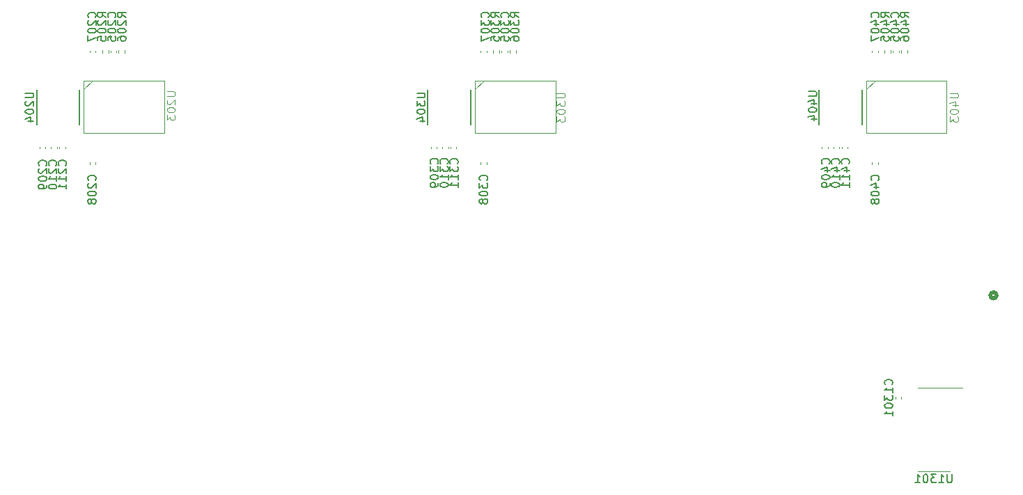
<source format=gbr>
%TF.GenerationSoftware,KiCad,Pcbnew,7.0.5-7.0.5~ubuntu22.04.1*%
%TF.CreationDate,2023-07-11T09:47:34+02:00*%
%TF.ProjectId,Inverter_KiCAD,496e7665-7274-4657-925f-4b694341442e,rev?*%
%TF.SameCoordinates,Original*%
%TF.FileFunction,Legend,Bot*%
%TF.FilePolarity,Positive*%
%FSLAX46Y46*%
G04 Gerber Fmt 4.6, Leading zero omitted, Abs format (unit mm)*
G04 Created by KiCad (PCBNEW 7.0.5-7.0.5~ubuntu22.04.1) date 2023-07-11 09:47:34*
%MOMM*%
%LPD*%
G01*
G04 APERTURE LIST*
%ADD10C,0.150000*%
%ADD11C,0.100000*%
%ADD12C,0.508000*%
%ADD13C,0.120000*%
%ADD14C,0.152400*%
G04 APERTURE END LIST*
D10*
%TO.C,C410*%
X185359580Y-122880952D02*
X185407200Y-122833333D01*
X185407200Y-122833333D02*
X185454819Y-122690476D01*
X185454819Y-122690476D02*
X185454819Y-122595238D01*
X185454819Y-122595238D02*
X185407200Y-122452381D01*
X185407200Y-122452381D02*
X185311961Y-122357143D01*
X185311961Y-122357143D02*
X185216723Y-122309524D01*
X185216723Y-122309524D02*
X185026247Y-122261905D01*
X185026247Y-122261905D02*
X184883390Y-122261905D01*
X184883390Y-122261905D02*
X184692914Y-122309524D01*
X184692914Y-122309524D02*
X184597676Y-122357143D01*
X184597676Y-122357143D02*
X184502438Y-122452381D01*
X184502438Y-122452381D02*
X184454819Y-122595238D01*
X184454819Y-122595238D02*
X184454819Y-122690476D01*
X184454819Y-122690476D02*
X184502438Y-122833333D01*
X184502438Y-122833333D02*
X184550057Y-122880952D01*
X184788152Y-123738095D02*
X185454819Y-123738095D01*
X184407200Y-123500000D02*
X185121485Y-123261905D01*
X185121485Y-123261905D02*
X185121485Y-123880952D01*
X185454819Y-124785714D02*
X185454819Y-124214286D01*
X185454819Y-124500000D02*
X184454819Y-124500000D01*
X184454819Y-124500000D02*
X184597676Y-124404762D01*
X184597676Y-124404762D02*
X184692914Y-124309524D01*
X184692914Y-124309524D02*
X184740533Y-124214286D01*
X184454819Y-125404762D02*
X184454819Y-125500000D01*
X184454819Y-125500000D02*
X184502438Y-125595238D01*
X184502438Y-125595238D02*
X184550057Y-125642857D01*
X184550057Y-125642857D02*
X184645295Y-125690476D01*
X184645295Y-125690476D02*
X184835771Y-125738095D01*
X184835771Y-125738095D02*
X185073866Y-125738095D01*
X185073866Y-125738095D02*
X185264342Y-125690476D01*
X185264342Y-125690476D02*
X185359580Y-125642857D01*
X185359580Y-125642857D02*
X185407200Y-125595238D01*
X185407200Y-125595238D02*
X185454819Y-125500000D01*
X185454819Y-125500000D02*
X185454819Y-125404762D01*
X185454819Y-125404762D02*
X185407200Y-125309524D01*
X185407200Y-125309524D02*
X185359580Y-125261905D01*
X185359580Y-125261905D02*
X185264342Y-125214286D01*
X185264342Y-125214286D02*
X185073866Y-125166667D01*
X185073866Y-125166667D02*
X184835771Y-125166667D01*
X184835771Y-125166667D02*
X184645295Y-125214286D01*
X184645295Y-125214286D02*
X184550057Y-125261905D01*
X184550057Y-125261905D02*
X184502438Y-125309524D01*
X184502438Y-125309524D02*
X184454819Y-125404762D01*
%TO.C,R205*%
X96254819Y-105080952D02*
X95778628Y-104747619D01*
X96254819Y-104509524D02*
X95254819Y-104509524D01*
X95254819Y-104509524D02*
X95254819Y-104890476D01*
X95254819Y-104890476D02*
X95302438Y-104985714D01*
X95302438Y-104985714D02*
X95350057Y-105033333D01*
X95350057Y-105033333D02*
X95445295Y-105080952D01*
X95445295Y-105080952D02*
X95588152Y-105080952D01*
X95588152Y-105080952D02*
X95683390Y-105033333D01*
X95683390Y-105033333D02*
X95731009Y-104985714D01*
X95731009Y-104985714D02*
X95778628Y-104890476D01*
X95778628Y-104890476D02*
X95778628Y-104509524D01*
X95350057Y-105461905D02*
X95302438Y-105509524D01*
X95302438Y-105509524D02*
X95254819Y-105604762D01*
X95254819Y-105604762D02*
X95254819Y-105842857D01*
X95254819Y-105842857D02*
X95302438Y-105938095D01*
X95302438Y-105938095D02*
X95350057Y-105985714D01*
X95350057Y-105985714D02*
X95445295Y-106033333D01*
X95445295Y-106033333D02*
X95540533Y-106033333D01*
X95540533Y-106033333D02*
X95683390Y-105985714D01*
X95683390Y-105985714D02*
X96254819Y-105414286D01*
X96254819Y-105414286D02*
X96254819Y-106033333D01*
X95254819Y-106652381D02*
X95254819Y-106747619D01*
X95254819Y-106747619D02*
X95302438Y-106842857D01*
X95302438Y-106842857D02*
X95350057Y-106890476D01*
X95350057Y-106890476D02*
X95445295Y-106938095D01*
X95445295Y-106938095D02*
X95635771Y-106985714D01*
X95635771Y-106985714D02*
X95873866Y-106985714D01*
X95873866Y-106985714D02*
X96064342Y-106938095D01*
X96064342Y-106938095D02*
X96159580Y-106890476D01*
X96159580Y-106890476D02*
X96207200Y-106842857D01*
X96207200Y-106842857D02*
X96254819Y-106747619D01*
X96254819Y-106747619D02*
X96254819Y-106652381D01*
X96254819Y-106652381D02*
X96207200Y-106557143D01*
X96207200Y-106557143D02*
X96159580Y-106509524D01*
X96159580Y-106509524D02*
X96064342Y-106461905D01*
X96064342Y-106461905D02*
X95873866Y-106414286D01*
X95873866Y-106414286D02*
X95635771Y-106414286D01*
X95635771Y-106414286D02*
X95445295Y-106461905D01*
X95445295Y-106461905D02*
X95350057Y-106509524D01*
X95350057Y-106509524D02*
X95302438Y-106557143D01*
X95302438Y-106557143D02*
X95254819Y-106652381D01*
X95254819Y-107890476D02*
X95254819Y-107414286D01*
X95254819Y-107414286D02*
X95731009Y-107366667D01*
X95731009Y-107366667D02*
X95683390Y-107414286D01*
X95683390Y-107414286D02*
X95635771Y-107509524D01*
X95635771Y-107509524D02*
X95635771Y-107747619D01*
X95635771Y-107747619D02*
X95683390Y-107842857D01*
X95683390Y-107842857D02*
X95731009Y-107890476D01*
X95731009Y-107890476D02*
X95826247Y-107938095D01*
X95826247Y-107938095D02*
X96064342Y-107938095D01*
X96064342Y-107938095D02*
X96159580Y-107890476D01*
X96159580Y-107890476D02*
X96207200Y-107842857D01*
X96207200Y-107842857D02*
X96254819Y-107747619D01*
X96254819Y-107747619D02*
X96254819Y-107509524D01*
X96254819Y-107509524D02*
X96207200Y-107414286D01*
X96207200Y-107414286D02*
X96159580Y-107366667D01*
%TO.C,U204*%
X86454819Y-114285714D02*
X87264342Y-114285714D01*
X87264342Y-114285714D02*
X87359580Y-114333333D01*
X87359580Y-114333333D02*
X87407200Y-114380952D01*
X87407200Y-114380952D02*
X87454819Y-114476190D01*
X87454819Y-114476190D02*
X87454819Y-114666666D01*
X87454819Y-114666666D02*
X87407200Y-114761904D01*
X87407200Y-114761904D02*
X87359580Y-114809523D01*
X87359580Y-114809523D02*
X87264342Y-114857142D01*
X87264342Y-114857142D02*
X86454819Y-114857142D01*
X86550057Y-115285714D02*
X86502438Y-115333333D01*
X86502438Y-115333333D02*
X86454819Y-115428571D01*
X86454819Y-115428571D02*
X86454819Y-115666666D01*
X86454819Y-115666666D02*
X86502438Y-115761904D01*
X86502438Y-115761904D02*
X86550057Y-115809523D01*
X86550057Y-115809523D02*
X86645295Y-115857142D01*
X86645295Y-115857142D02*
X86740533Y-115857142D01*
X86740533Y-115857142D02*
X86883390Y-115809523D01*
X86883390Y-115809523D02*
X87454819Y-115238095D01*
X87454819Y-115238095D02*
X87454819Y-115857142D01*
X86454819Y-116476190D02*
X86454819Y-116571428D01*
X86454819Y-116571428D02*
X86502438Y-116666666D01*
X86502438Y-116666666D02*
X86550057Y-116714285D01*
X86550057Y-116714285D02*
X86645295Y-116761904D01*
X86645295Y-116761904D02*
X86835771Y-116809523D01*
X86835771Y-116809523D02*
X87073866Y-116809523D01*
X87073866Y-116809523D02*
X87264342Y-116761904D01*
X87264342Y-116761904D02*
X87359580Y-116714285D01*
X87359580Y-116714285D02*
X87407200Y-116666666D01*
X87407200Y-116666666D02*
X87454819Y-116571428D01*
X87454819Y-116571428D02*
X87454819Y-116476190D01*
X87454819Y-116476190D02*
X87407200Y-116380952D01*
X87407200Y-116380952D02*
X87359580Y-116333333D01*
X87359580Y-116333333D02*
X87264342Y-116285714D01*
X87264342Y-116285714D02*
X87073866Y-116238095D01*
X87073866Y-116238095D02*
X86835771Y-116238095D01*
X86835771Y-116238095D02*
X86645295Y-116285714D01*
X86645295Y-116285714D02*
X86550057Y-116333333D01*
X86550057Y-116333333D02*
X86502438Y-116380952D01*
X86502438Y-116380952D02*
X86454819Y-116476190D01*
X86788152Y-117666666D02*
X87454819Y-117666666D01*
X86407200Y-117428571D02*
X87121485Y-117190476D01*
X87121485Y-117190476D02*
X87121485Y-117809523D01*
%TO.C,C211*%
X91359580Y-123080952D02*
X91407200Y-123033333D01*
X91407200Y-123033333D02*
X91454819Y-122890476D01*
X91454819Y-122890476D02*
X91454819Y-122795238D01*
X91454819Y-122795238D02*
X91407200Y-122652381D01*
X91407200Y-122652381D02*
X91311961Y-122557143D01*
X91311961Y-122557143D02*
X91216723Y-122509524D01*
X91216723Y-122509524D02*
X91026247Y-122461905D01*
X91026247Y-122461905D02*
X90883390Y-122461905D01*
X90883390Y-122461905D02*
X90692914Y-122509524D01*
X90692914Y-122509524D02*
X90597676Y-122557143D01*
X90597676Y-122557143D02*
X90502438Y-122652381D01*
X90502438Y-122652381D02*
X90454819Y-122795238D01*
X90454819Y-122795238D02*
X90454819Y-122890476D01*
X90454819Y-122890476D02*
X90502438Y-123033333D01*
X90502438Y-123033333D02*
X90550057Y-123080952D01*
X90550057Y-123461905D02*
X90502438Y-123509524D01*
X90502438Y-123509524D02*
X90454819Y-123604762D01*
X90454819Y-123604762D02*
X90454819Y-123842857D01*
X90454819Y-123842857D02*
X90502438Y-123938095D01*
X90502438Y-123938095D02*
X90550057Y-123985714D01*
X90550057Y-123985714D02*
X90645295Y-124033333D01*
X90645295Y-124033333D02*
X90740533Y-124033333D01*
X90740533Y-124033333D02*
X90883390Y-123985714D01*
X90883390Y-123985714D02*
X91454819Y-123414286D01*
X91454819Y-123414286D02*
X91454819Y-124033333D01*
X91454819Y-124985714D02*
X91454819Y-124414286D01*
X91454819Y-124700000D02*
X90454819Y-124700000D01*
X90454819Y-124700000D02*
X90597676Y-124604762D01*
X90597676Y-124604762D02*
X90692914Y-124509524D01*
X90692914Y-124509524D02*
X90740533Y-124414286D01*
X91454819Y-125938095D02*
X91454819Y-125366667D01*
X91454819Y-125652381D02*
X90454819Y-125652381D01*
X90454819Y-125652381D02*
X90597676Y-125557143D01*
X90597676Y-125557143D02*
X90692914Y-125461905D01*
X90692914Y-125461905D02*
X90740533Y-125366667D01*
%TO.C,U404*%
X181654819Y-114085714D02*
X182464342Y-114085714D01*
X182464342Y-114085714D02*
X182559580Y-114133333D01*
X182559580Y-114133333D02*
X182607200Y-114180952D01*
X182607200Y-114180952D02*
X182654819Y-114276190D01*
X182654819Y-114276190D02*
X182654819Y-114466666D01*
X182654819Y-114466666D02*
X182607200Y-114561904D01*
X182607200Y-114561904D02*
X182559580Y-114609523D01*
X182559580Y-114609523D02*
X182464342Y-114657142D01*
X182464342Y-114657142D02*
X181654819Y-114657142D01*
X181988152Y-115561904D02*
X182654819Y-115561904D01*
X181607200Y-115323809D02*
X182321485Y-115085714D01*
X182321485Y-115085714D02*
X182321485Y-115704761D01*
X181654819Y-116276190D02*
X181654819Y-116371428D01*
X181654819Y-116371428D02*
X181702438Y-116466666D01*
X181702438Y-116466666D02*
X181750057Y-116514285D01*
X181750057Y-116514285D02*
X181845295Y-116561904D01*
X181845295Y-116561904D02*
X182035771Y-116609523D01*
X182035771Y-116609523D02*
X182273866Y-116609523D01*
X182273866Y-116609523D02*
X182464342Y-116561904D01*
X182464342Y-116561904D02*
X182559580Y-116514285D01*
X182559580Y-116514285D02*
X182607200Y-116466666D01*
X182607200Y-116466666D02*
X182654819Y-116371428D01*
X182654819Y-116371428D02*
X182654819Y-116276190D01*
X182654819Y-116276190D02*
X182607200Y-116180952D01*
X182607200Y-116180952D02*
X182559580Y-116133333D01*
X182559580Y-116133333D02*
X182464342Y-116085714D01*
X182464342Y-116085714D02*
X182273866Y-116038095D01*
X182273866Y-116038095D02*
X182035771Y-116038095D01*
X182035771Y-116038095D02*
X181845295Y-116085714D01*
X181845295Y-116085714D02*
X181750057Y-116133333D01*
X181750057Y-116133333D02*
X181702438Y-116180952D01*
X181702438Y-116180952D02*
X181654819Y-116276190D01*
X181988152Y-117466666D02*
X182654819Y-117466666D01*
X181607200Y-117228571D02*
X182321485Y-116990476D01*
X182321485Y-116990476D02*
X182321485Y-117609523D01*
%TO.C,C311*%
X138959580Y-122880952D02*
X139007200Y-122833333D01*
X139007200Y-122833333D02*
X139054819Y-122690476D01*
X139054819Y-122690476D02*
X139054819Y-122595238D01*
X139054819Y-122595238D02*
X139007200Y-122452381D01*
X139007200Y-122452381D02*
X138911961Y-122357143D01*
X138911961Y-122357143D02*
X138816723Y-122309524D01*
X138816723Y-122309524D02*
X138626247Y-122261905D01*
X138626247Y-122261905D02*
X138483390Y-122261905D01*
X138483390Y-122261905D02*
X138292914Y-122309524D01*
X138292914Y-122309524D02*
X138197676Y-122357143D01*
X138197676Y-122357143D02*
X138102438Y-122452381D01*
X138102438Y-122452381D02*
X138054819Y-122595238D01*
X138054819Y-122595238D02*
X138054819Y-122690476D01*
X138054819Y-122690476D02*
X138102438Y-122833333D01*
X138102438Y-122833333D02*
X138150057Y-122880952D01*
X138054819Y-123214286D02*
X138054819Y-123833333D01*
X138054819Y-123833333D02*
X138435771Y-123500000D01*
X138435771Y-123500000D02*
X138435771Y-123642857D01*
X138435771Y-123642857D02*
X138483390Y-123738095D01*
X138483390Y-123738095D02*
X138531009Y-123785714D01*
X138531009Y-123785714D02*
X138626247Y-123833333D01*
X138626247Y-123833333D02*
X138864342Y-123833333D01*
X138864342Y-123833333D02*
X138959580Y-123785714D01*
X138959580Y-123785714D02*
X139007200Y-123738095D01*
X139007200Y-123738095D02*
X139054819Y-123642857D01*
X139054819Y-123642857D02*
X139054819Y-123357143D01*
X139054819Y-123357143D02*
X139007200Y-123261905D01*
X139007200Y-123261905D02*
X138959580Y-123214286D01*
X139054819Y-124785714D02*
X139054819Y-124214286D01*
X139054819Y-124500000D02*
X138054819Y-124500000D01*
X138054819Y-124500000D02*
X138197676Y-124404762D01*
X138197676Y-124404762D02*
X138292914Y-124309524D01*
X138292914Y-124309524D02*
X138340533Y-124214286D01*
X139054819Y-125738095D02*
X139054819Y-125166667D01*
X139054819Y-125452381D02*
X138054819Y-125452381D01*
X138054819Y-125452381D02*
X138197676Y-125357143D01*
X138197676Y-125357143D02*
X138292914Y-125261905D01*
X138292914Y-125261905D02*
X138340533Y-125166667D01*
%TO.C,C210*%
X90159580Y-123080952D02*
X90207200Y-123033333D01*
X90207200Y-123033333D02*
X90254819Y-122890476D01*
X90254819Y-122890476D02*
X90254819Y-122795238D01*
X90254819Y-122795238D02*
X90207200Y-122652381D01*
X90207200Y-122652381D02*
X90111961Y-122557143D01*
X90111961Y-122557143D02*
X90016723Y-122509524D01*
X90016723Y-122509524D02*
X89826247Y-122461905D01*
X89826247Y-122461905D02*
X89683390Y-122461905D01*
X89683390Y-122461905D02*
X89492914Y-122509524D01*
X89492914Y-122509524D02*
X89397676Y-122557143D01*
X89397676Y-122557143D02*
X89302438Y-122652381D01*
X89302438Y-122652381D02*
X89254819Y-122795238D01*
X89254819Y-122795238D02*
X89254819Y-122890476D01*
X89254819Y-122890476D02*
X89302438Y-123033333D01*
X89302438Y-123033333D02*
X89350057Y-123080952D01*
X89350057Y-123461905D02*
X89302438Y-123509524D01*
X89302438Y-123509524D02*
X89254819Y-123604762D01*
X89254819Y-123604762D02*
X89254819Y-123842857D01*
X89254819Y-123842857D02*
X89302438Y-123938095D01*
X89302438Y-123938095D02*
X89350057Y-123985714D01*
X89350057Y-123985714D02*
X89445295Y-124033333D01*
X89445295Y-124033333D02*
X89540533Y-124033333D01*
X89540533Y-124033333D02*
X89683390Y-123985714D01*
X89683390Y-123985714D02*
X90254819Y-123414286D01*
X90254819Y-123414286D02*
X90254819Y-124033333D01*
X90254819Y-124985714D02*
X90254819Y-124414286D01*
X90254819Y-124700000D02*
X89254819Y-124700000D01*
X89254819Y-124700000D02*
X89397676Y-124604762D01*
X89397676Y-124604762D02*
X89492914Y-124509524D01*
X89492914Y-124509524D02*
X89540533Y-124414286D01*
X89254819Y-125604762D02*
X89254819Y-125700000D01*
X89254819Y-125700000D02*
X89302438Y-125795238D01*
X89302438Y-125795238D02*
X89350057Y-125842857D01*
X89350057Y-125842857D02*
X89445295Y-125890476D01*
X89445295Y-125890476D02*
X89635771Y-125938095D01*
X89635771Y-125938095D02*
X89873866Y-125938095D01*
X89873866Y-125938095D02*
X90064342Y-125890476D01*
X90064342Y-125890476D02*
X90159580Y-125842857D01*
X90159580Y-125842857D02*
X90207200Y-125795238D01*
X90207200Y-125795238D02*
X90254819Y-125700000D01*
X90254819Y-125700000D02*
X90254819Y-125604762D01*
X90254819Y-125604762D02*
X90207200Y-125509524D01*
X90207200Y-125509524D02*
X90159580Y-125461905D01*
X90159580Y-125461905D02*
X90064342Y-125414286D01*
X90064342Y-125414286D02*
X89873866Y-125366667D01*
X89873866Y-125366667D02*
X89635771Y-125366667D01*
X89635771Y-125366667D02*
X89445295Y-125414286D01*
X89445295Y-125414286D02*
X89350057Y-125461905D01*
X89350057Y-125461905D02*
X89302438Y-125509524D01*
X89302438Y-125509524D02*
X89254819Y-125604762D01*
%TO.C,R206*%
X98654819Y-105080952D02*
X98178628Y-104747619D01*
X98654819Y-104509524D02*
X97654819Y-104509524D01*
X97654819Y-104509524D02*
X97654819Y-104890476D01*
X97654819Y-104890476D02*
X97702438Y-104985714D01*
X97702438Y-104985714D02*
X97750057Y-105033333D01*
X97750057Y-105033333D02*
X97845295Y-105080952D01*
X97845295Y-105080952D02*
X97988152Y-105080952D01*
X97988152Y-105080952D02*
X98083390Y-105033333D01*
X98083390Y-105033333D02*
X98131009Y-104985714D01*
X98131009Y-104985714D02*
X98178628Y-104890476D01*
X98178628Y-104890476D02*
X98178628Y-104509524D01*
X97750057Y-105461905D02*
X97702438Y-105509524D01*
X97702438Y-105509524D02*
X97654819Y-105604762D01*
X97654819Y-105604762D02*
X97654819Y-105842857D01*
X97654819Y-105842857D02*
X97702438Y-105938095D01*
X97702438Y-105938095D02*
X97750057Y-105985714D01*
X97750057Y-105985714D02*
X97845295Y-106033333D01*
X97845295Y-106033333D02*
X97940533Y-106033333D01*
X97940533Y-106033333D02*
X98083390Y-105985714D01*
X98083390Y-105985714D02*
X98654819Y-105414286D01*
X98654819Y-105414286D02*
X98654819Y-106033333D01*
X97654819Y-106652381D02*
X97654819Y-106747619D01*
X97654819Y-106747619D02*
X97702438Y-106842857D01*
X97702438Y-106842857D02*
X97750057Y-106890476D01*
X97750057Y-106890476D02*
X97845295Y-106938095D01*
X97845295Y-106938095D02*
X98035771Y-106985714D01*
X98035771Y-106985714D02*
X98273866Y-106985714D01*
X98273866Y-106985714D02*
X98464342Y-106938095D01*
X98464342Y-106938095D02*
X98559580Y-106890476D01*
X98559580Y-106890476D02*
X98607200Y-106842857D01*
X98607200Y-106842857D02*
X98654819Y-106747619D01*
X98654819Y-106747619D02*
X98654819Y-106652381D01*
X98654819Y-106652381D02*
X98607200Y-106557143D01*
X98607200Y-106557143D02*
X98559580Y-106509524D01*
X98559580Y-106509524D02*
X98464342Y-106461905D01*
X98464342Y-106461905D02*
X98273866Y-106414286D01*
X98273866Y-106414286D02*
X98035771Y-106414286D01*
X98035771Y-106414286D02*
X97845295Y-106461905D01*
X97845295Y-106461905D02*
X97750057Y-106509524D01*
X97750057Y-106509524D02*
X97702438Y-106557143D01*
X97702438Y-106557143D02*
X97654819Y-106652381D01*
X97654819Y-107842857D02*
X97654819Y-107652381D01*
X97654819Y-107652381D02*
X97702438Y-107557143D01*
X97702438Y-107557143D02*
X97750057Y-107509524D01*
X97750057Y-107509524D02*
X97892914Y-107414286D01*
X97892914Y-107414286D02*
X98083390Y-107366667D01*
X98083390Y-107366667D02*
X98464342Y-107366667D01*
X98464342Y-107366667D02*
X98559580Y-107414286D01*
X98559580Y-107414286D02*
X98607200Y-107461905D01*
X98607200Y-107461905D02*
X98654819Y-107557143D01*
X98654819Y-107557143D02*
X98654819Y-107747619D01*
X98654819Y-107747619D02*
X98607200Y-107842857D01*
X98607200Y-107842857D02*
X98559580Y-107890476D01*
X98559580Y-107890476D02*
X98464342Y-107938095D01*
X98464342Y-107938095D02*
X98226247Y-107938095D01*
X98226247Y-107938095D02*
X98131009Y-107890476D01*
X98131009Y-107890476D02*
X98083390Y-107842857D01*
X98083390Y-107842857D02*
X98035771Y-107747619D01*
X98035771Y-107747619D02*
X98035771Y-107557143D01*
X98035771Y-107557143D02*
X98083390Y-107461905D01*
X98083390Y-107461905D02*
X98131009Y-107414286D01*
X98131009Y-107414286D02*
X98226247Y-107366667D01*
%TO.C,C205*%
X97359580Y-105080952D02*
X97407200Y-105033333D01*
X97407200Y-105033333D02*
X97454819Y-104890476D01*
X97454819Y-104890476D02*
X97454819Y-104795238D01*
X97454819Y-104795238D02*
X97407200Y-104652381D01*
X97407200Y-104652381D02*
X97311961Y-104557143D01*
X97311961Y-104557143D02*
X97216723Y-104509524D01*
X97216723Y-104509524D02*
X97026247Y-104461905D01*
X97026247Y-104461905D02*
X96883390Y-104461905D01*
X96883390Y-104461905D02*
X96692914Y-104509524D01*
X96692914Y-104509524D02*
X96597676Y-104557143D01*
X96597676Y-104557143D02*
X96502438Y-104652381D01*
X96502438Y-104652381D02*
X96454819Y-104795238D01*
X96454819Y-104795238D02*
X96454819Y-104890476D01*
X96454819Y-104890476D02*
X96502438Y-105033333D01*
X96502438Y-105033333D02*
X96550057Y-105080952D01*
X96550057Y-105461905D02*
X96502438Y-105509524D01*
X96502438Y-105509524D02*
X96454819Y-105604762D01*
X96454819Y-105604762D02*
X96454819Y-105842857D01*
X96454819Y-105842857D02*
X96502438Y-105938095D01*
X96502438Y-105938095D02*
X96550057Y-105985714D01*
X96550057Y-105985714D02*
X96645295Y-106033333D01*
X96645295Y-106033333D02*
X96740533Y-106033333D01*
X96740533Y-106033333D02*
X96883390Y-105985714D01*
X96883390Y-105985714D02*
X97454819Y-105414286D01*
X97454819Y-105414286D02*
X97454819Y-106033333D01*
X96454819Y-106652381D02*
X96454819Y-106747619D01*
X96454819Y-106747619D02*
X96502438Y-106842857D01*
X96502438Y-106842857D02*
X96550057Y-106890476D01*
X96550057Y-106890476D02*
X96645295Y-106938095D01*
X96645295Y-106938095D02*
X96835771Y-106985714D01*
X96835771Y-106985714D02*
X97073866Y-106985714D01*
X97073866Y-106985714D02*
X97264342Y-106938095D01*
X97264342Y-106938095D02*
X97359580Y-106890476D01*
X97359580Y-106890476D02*
X97407200Y-106842857D01*
X97407200Y-106842857D02*
X97454819Y-106747619D01*
X97454819Y-106747619D02*
X97454819Y-106652381D01*
X97454819Y-106652381D02*
X97407200Y-106557143D01*
X97407200Y-106557143D02*
X97359580Y-106509524D01*
X97359580Y-106509524D02*
X97264342Y-106461905D01*
X97264342Y-106461905D02*
X97073866Y-106414286D01*
X97073866Y-106414286D02*
X96835771Y-106414286D01*
X96835771Y-106414286D02*
X96645295Y-106461905D01*
X96645295Y-106461905D02*
X96550057Y-106509524D01*
X96550057Y-106509524D02*
X96502438Y-106557143D01*
X96502438Y-106557143D02*
X96454819Y-106652381D01*
X96454819Y-107890476D02*
X96454819Y-107414286D01*
X96454819Y-107414286D02*
X96931009Y-107366667D01*
X96931009Y-107366667D02*
X96883390Y-107414286D01*
X96883390Y-107414286D02*
X96835771Y-107509524D01*
X96835771Y-107509524D02*
X96835771Y-107747619D01*
X96835771Y-107747619D02*
X96883390Y-107842857D01*
X96883390Y-107842857D02*
X96931009Y-107890476D01*
X96931009Y-107890476D02*
X97026247Y-107938095D01*
X97026247Y-107938095D02*
X97264342Y-107938095D01*
X97264342Y-107938095D02*
X97359580Y-107890476D01*
X97359580Y-107890476D02*
X97407200Y-107842857D01*
X97407200Y-107842857D02*
X97454819Y-107747619D01*
X97454819Y-107747619D02*
X97454819Y-107509524D01*
X97454819Y-107509524D02*
X97407200Y-107414286D01*
X97407200Y-107414286D02*
X97359580Y-107366667D01*
%TO.C,C308*%
X142559580Y-124880952D02*
X142607200Y-124833333D01*
X142607200Y-124833333D02*
X142654819Y-124690476D01*
X142654819Y-124690476D02*
X142654819Y-124595238D01*
X142654819Y-124595238D02*
X142607200Y-124452381D01*
X142607200Y-124452381D02*
X142511961Y-124357143D01*
X142511961Y-124357143D02*
X142416723Y-124309524D01*
X142416723Y-124309524D02*
X142226247Y-124261905D01*
X142226247Y-124261905D02*
X142083390Y-124261905D01*
X142083390Y-124261905D02*
X141892914Y-124309524D01*
X141892914Y-124309524D02*
X141797676Y-124357143D01*
X141797676Y-124357143D02*
X141702438Y-124452381D01*
X141702438Y-124452381D02*
X141654819Y-124595238D01*
X141654819Y-124595238D02*
X141654819Y-124690476D01*
X141654819Y-124690476D02*
X141702438Y-124833333D01*
X141702438Y-124833333D02*
X141750057Y-124880952D01*
X141654819Y-125214286D02*
X141654819Y-125833333D01*
X141654819Y-125833333D02*
X142035771Y-125500000D01*
X142035771Y-125500000D02*
X142035771Y-125642857D01*
X142035771Y-125642857D02*
X142083390Y-125738095D01*
X142083390Y-125738095D02*
X142131009Y-125785714D01*
X142131009Y-125785714D02*
X142226247Y-125833333D01*
X142226247Y-125833333D02*
X142464342Y-125833333D01*
X142464342Y-125833333D02*
X142559580Y-125785714D01*
X142559580Y-125785714D02*
X142607200Y-125738095D01*
X142607200Y-125738095D02*
X142654819Y-125642857D01*
X142654819Y-125642857D02*
X142654819Y-125357143D01*
X142654819Y-125357143D02*
X142607200Y-125261905D01*
X142607200Y-125261905D02*
X142559580Y-125214286D01*
X141654819Y-126452381D02*
X141654819Y-126547619D01*
X141654819Y-126547619D02*
X141702438Y-126642857D01*
X141702438Y-126642857D02*
X141750057Y-126690476D01*
X141750057Y-126690476D02*
X141845295Y-126738095D01*
X141845295Y-126738095D02*
X142035771Y-126785714D01*
X142035771Y-126785714D02*
X142273866Y-126785714D01*
X142273866Y-126785714D02*
X142464342Y-126738095D01*
X142464342Y-126738095D02*
X142559580Y-126690476D01*
X142559580Y-126690476D02*
X142607200Y-126642857D01*
X142607200Y-126642857D02*
X142654819Y-126547619D01*
X142654819Y-126547619D02*
X142654819Y-126452381D01*
X142654819Y-126452381D02*
X142607200Y-126357143D01*
X142607200Y-126357143D02*
X142559580Y-126309524D01*
X142559580Y-126309524D02*
X142464342Y-126261905D01*
X142464342Y-126261905D02*
X142273866Y-126214286D01*
X142273866Y-126214286D02*
X142035771Y-126214286D01*
X142035771Y-126214286D02*
X141845295Y-126261905D01*
X141845295Y-126261905D02*
X141750057Y-126309524D01*
X141750057Y-126309524D02*
X141702438Y-126357143D01*
X141702438Y-126357143D02*
X141654819Y-126452381D01*
X142083390Y-127357143D02*
X142035771Y-127261905D01*
X142035771Y-127261905D02*
X141988152Y-127214286D01*
X141988152Y-127214286D02*
X141892914Y-127166667D01*
X141892914Y-127166667D02*
X141845295Y-127166667D01*
X141845295Y-127166667D02*
X141750057Y-127214286D01*
X141750057Y-127214286D02*
X141702438Y-127261905D01*
X141702438Y-127261905D02*
X141654819Y-127357143D01*
X141654819Y-127357143D02*
X141654819Y-127547619D01*
X141654819Y-127547619D02*
X141702438Y-127642857D01*
X141702438Y-127642857D02*
X141750057Y-127690476D01*
X141750057Y-127690476D02*
X141845295Y-127738095D01*
X141845295Y-127738095D02*
X141892914Y-127738095D01*
X141892914Y-127738095D02*
X141988152Y-127690476D01*
X141988152Y-127690476D02*
X142035771Y-127642857D01*
X142035771Y-127642857D02*
X142083390Y-127547619D01*
X142083390Y-127547619D02*
X142083390Y-127357143D01*
X142083390Y-127357143D02*
X142131009Y-127261905D01*
X142131009Y-127261905D02*
X142178628Y-127214286D01*
X142178628Y-127214286D02*
X142273866Y-127166667D01*
X142273866Y-127166667D02*
X142464342Y-127166667D01*
X142464342Y-127166667D02*
X142559580Y-127214286D01*
X142559580Y-127214286D02*
X142607200Y-127261905D01*
X142607200Y-127261905D02*
X142654819Y-127357143D01*
X142654819Y-127357143D02*
X142654819Y-127547619D01*
X142654819Y-127547619D02*
X142607200Y-127642857D01*
X142607200Y-127642857D02*
X142559580Y-127690476D01*
X142559580Y-127690476D02*
X142464342Y-127738095D01*
X142464342Y-127738095D02*
X142273866Y-127738095D01*
X142273866Y-127738095D02*
X142178628Y-127690476D01*
X142178628Y-127690476D02*
X142131009Y-127642857D01*
X142131009Y-127642857D02*
X142083390Y-127547619D01*
%TO.C,C408*%
X190159580Y-124880952D02*
X190207200Y-124833333D01*
X190207200Y-124833333D02*
X190254819Y-124690476D01*
X190254819Y-124690476D02*
X190254819Y-124595238D01*
X190254819Y-124595238D02*
X190207200Y-124452381D01*
X190207200Y-124452381D02*
X190111961Y-124357143D01*
X190111961Y-124357143D02*
X190016723Y-124309524D01*
X190016723Y-124309524D02*
X189826247Y-124261905D01*
X189826247Y-124261905D02*
X189683390Y-124261905D01*
X189683390Y-124261905D02*
X189492914Y-124309524D01*
X189492914Y-124309524D02*
X189397676Y-124357143D01*
X189397676Y-124357143D02*
X189302438Y-124452381D01*
X189302438Y-124452381D02*
X189254819Y-124595238D01*
X189254819Y-124595238D02*
X189254819Y-124690476D01*
X189254819Y-124690476D02*
X189302438Y-124833333D01*
X189302438Y-124833333D02*
X189350057Y-124880952D01*
X189588152Y-125738095D02*
X190254819Y-125738095D01*
X189207200Y-125500000D02*
X189921485Y-125261905D01*
X189921485Y-125261905D02*
X189921485Y-125880952D01*
X189254819Y-126452381D02*
X189254819Y-126547619D01*
X189254819Y-126547619D02*
X189302438Y-126642857D01*
X189302438Y-126642857D02*
X189350057Y-126690476D01*
X189350057Y-126690476D02*
X189445295Y-126738095D01*
X189445295Y-126738095D02*
X189635771Y-126785714D01*
X189635771Y-126785714D02*
X189873866Y-126785714D01*
X189873866Y-126785714D02*
X190064342Y-126738095D01*
X190064342Y-126738095D02*
X190159580Y-126690476D01*
X190159580Y-126690476D02*
X190207200Y-126642857D01*
X190207200Y-126642857D02*
X190254819Y-126547619D01*
X190254819Y-126547619D02*
X190254819Y-126452381D01*
X190254819Y-126452381D02*
X190207200Y-126357143D01*
X190207200Y-126357143D02*
X190159580Y-126309524D01*
X190159580Y-126309524D02*
X190064342Y-126261905D01*
X190064342Y-126261905D02*
X189873866Y-126214286D01*
X189873866Y-126214286D02*
X189635771Y-126214286D01*
X189635771Y-126214286D02*
X189445295Y-126261905D01*
X189445295Y-126261905D02*
X189350057Y-126309524D01*
X189350057Y-126309524D02*
X189302438Y-126357143D01*
X189302438Y-126357143D02*
X189254819Y-126452381D01*
X189683390Y-127357143D02*
X189635771Y-127261905D01*
X189635771Y-127261905D02*
X189588152Y-127214286D01*
X189588152Y-127214286D02*
X189492914Y-127166667D01*
X189492914Y-127166667D02*
X189445295Y-127166667D01*
X189445295Y-127166667D02*
X189350057Y-127214286D01*
X189350057Y-127214286D02*
X189302438Y-127261905D01*
X189302438Y-127261905D02*
X189254819Y-127357143D01*
X189254819Y-127357143D02*
X189254819Y-127547619D01*
X189254819Y-127547619D02*
X189302438Y-127642857D01*
X189302438Y-127642857D02*
X189350057Y-127690476D01*
X189350057Y-127690476D02*
X189445295Y-127738095D01*
X189445295Y-127738095D02*
X189492914Y-127738095D01*
X189492914Y-127738095D02*
X189588152Y-127690476D01*
X189588152Y-127690476D02*
X189635771Y-127642857D01*
X189635771Y-127642857D02*
X189683390Y-127547619D01*
X189683390Y-127547619D02*
X189683390Y-127357143D01*
X189683390Y-127357143D02*
X189731009Y-127261905D01*
X189731009Y-127261905D02*
X189778628Y-127214286D01*
X189778628Y-127214286D02*
X189873866Y-127166667D01*
X189873866Y-127166667D02*
X190064342Y-127166667D01*
X190064342Y-127166667D02*
X190159580Y-127214286D01*
X190159580Y-127214286D02*
X190207200Y-127261905D01*
X190207200Y-127261905D02*
X190254819Y-127357143D01*
X190254819Y-127357143D02*
X190254819Y-127547619D01*
X190254819Y-127547619D02*
X190207200Y-127642857D01*
X190207200Y-127642857D02*
X190159580Y-127690476D01*
X190159580Y-127690476D02*
X190064342Y-127738095D01*
X190064342Y-127738095D02*
X189873866Y-127738095D01*
X189873866Y-127738095D02*
X189778628Y-127690476D01*
X189778628Y-127690476D02*
X189731009Y-127642857D01*
X189731009Y-127642857D02*
X189683390Y-127547619D01*
D11*
%TO.C,U403*%
X198857419Y-114285714D02*
X199666942Y-114285714D01*
X199666942Y-114285714D02*
X199762180Y-114333333D01*
X199762180Y-114333333D02*
X199809800Y-114380952D01*
X199809800Y-114380952D02*
X199857419Y-114476190D01*
X199857419Y-114476190D02*
X199857419Y-114666666D01*
X199857419Y-114666666D02*
X199809800Y-114761904D01*
X199809800Y-114761904D02*
X199762180Y-114809523D01*
X199762180Y-114809523D02*
X199666942Y-114857142D01*
X199666942Y-114857142D02*
X198857419Y-114857142D01*
X199190752Y-115761904D02*
X199857419Y-115761904D01*
X198809800Y-115523809D02*
X199524085Y-115285714D01*
X199524085Y-115285714D02*
X199524085Y-115904761D01*
X198857419Y-116476190D02*
X198857419Y-116571428D01*
X198857419Y-116571428D02*
X198905038Y-116666666D01*
X198905038Y-116666666D02*
X198952657Y-116714285D01*
X198952657Y-116714285D02*
X199047895Y-116761904D01*
X199047895Y-116761904D02*
X199238371Y-116809523D01*
X199238371Y-116809523D02*
X199476466Y-116809523D01*
X199476466Y-116809523D02*
X199666942Y-116761904D01*
X199666942Y-116761904D02*
X199762180Y-116714285D01*
X199762180Y-116714285D02*
X199809800Y-116666666D01*
X199809800Y-116666666D02*
X199857419Y-116571428D01*
X199857419Y-116571428D02*
X199857419Y-116476190D01*
X199857419Y-116476190D02*
X199809800Y-116380952D01*
X199809800Y-116380952D02*
X199762180Y-116333333D01*
X199762180Y-116333333D02*
X199666942Y-116285714D01*
X199666942Y-116285714D02*
X199476466Y-116238095D01*
X199476466Y-116238095D02*
X199238371Y-116238095D01*
X199238371Y-116238095D02*
X199047895Y-116285714D01*
X199047895Y-116285714D02*
X198952657Y-116333333D01*
X198952657Y-116333333D02*
X198905038Y-116380952D01*
X198905038Y-116380952D02*
X198857419Y-116476190D01*
X198857419Y-117142857D02*
X198857419Y-117761904D01*
X198857419Y-117761904D02*
X199238371Y-117428571D01*
X199238371Y-117428571D02*
X199238371Y-117571428D01*
X199238371Y-117571428D02*
X199285990Y-117666666D01*
X199285990Y-117666666D02*
X199333609Y-117714285D01*
X199333609Y-117714285D02*
X199428847Y-117761904D01*
X199428847Y-117761904D02*
X199666942Y-117761904D01*
X199666942Y-117761904D02*
X199762180Y-117714285D01*
X199762180Y-117714285D02*
X199809800Y-117666666D01*
X199809800Y-117666666D02*
X199857419Y-117571428D01*
X199857419Y-117571428D02*
X199857419Y-117285714D01*
X199857419Y-117285714D02*
X199809800Y-117190476D01*
X199809800Y-117190476D02*
X199762180Y-117142857D01*
D10*
%TO.C,R305*%
X144054819Y-105080952D02*
X143578628Y-104747619D01*
X144054819Y-104509524D02*
X143054819Y-104509524D01*
X143054819Y-104509524D02*
X143054819Y-104890476D01*
X143054819Y-104890476D02*
X143102438Y-104985714D01*
X143102438Y-104985714D02*
X143150057Y-105033333D01*
X143150057Y-105033333D02*
X143245295Y-105080952D01*
X143245295Y-105080952D02*
X143388152Y-105080952D01*
X143388152Y-105080952D02*
X143483390Y-105033333D01*
X143483390Y-105033333D02*
X143531009Y-104985714D01*
X143531009Y-104985714D02*
X143578628Y-104890476D01*
X143578628Y-104890476D02*
X143578628Y-104509524D01*
X143054819Y-105414286D02*
X143054819Y-106033333D01*
X143054819Y-106033333D02*
X143435771Y-105700000D01*
X143435771Y-105700000D02*
X143435771Y-105842857D01*
X143435771Y-105842857D02*
X143483390Y-105938095D01*
X143483390Y-105938095D02*
X143531009Y-105985714D01*
X143531009Y-105985714D02*
X143626247Y-106033333D01*
X143626247Y-106033333D02*
X143864342Y-106033333D01*
X143864342Y-106033333D02*
X143959580Y-105985714D01*
X143959580Y-105985714D02*
X144007200Y-105938095D01*
X144007200Y-105938095D02*
X144054819Y-105842857D01*
X144054819Y-105842857D02*
X144054819Y-105557143D01*
X144054819Y-105557143D02*
X144007200Y-105461905D01*
X144007200Y-105461905D02*
X143959580Y-105414286D01*
X143054819Y-106652381D02*
X143054819Y-106747619D01*
X143054819Y-106747619D02*
X143102438Y-106842857D01*
X143102438Y-106842857D02*
X143150057Y-106890476D01*
X143150057Y-106890476D02*
X143245295Y-106938095D01*
X143245295Y-106938095D02*
X143435771Y-106985714D01*
X143435771Y-106985714D02*
X143673866Y-106985714D01*
X143673866Y-106985714D02*
X143864342Y-106938095D01*
X143864342Y-106938095D02*
X143959580Y-106890476D01*
X143959580Y-106890476D02*
X144007200Y-106842857D01*
X144007200Y-106842857D02*
X144054819Y-106747619D01*
X144054819Y-106747619D02*
X144054819Y-106652381D01*
X144054819Y-106652381D02*
X144007200Y-106557143D01*
X144007200Y-106557143D02*
X143959580Y-106509524D01*
X143959580Y-106509524D02*
X143864342Y-106461905D01*
X143864342Y-106461905D02*
X143673866Y-106414286D01*
X143673866Y-106414286D02*
X143435771Y-106414286D01*
X143435771Y-106414286D02*
X143245295Y-106461905D01*
X143245295Y-106461905D02*
X143150057Y-106509524D01*
X143150057Y-106509524D02*
X143102438Y-106557143D01*
X143102438Y-106557143D02*
X143054819Y-106652381D01*
X143054819Y-107890476D02*
X143054819Y-107414286D01*
X143054819Y-107414286D02*
X143531009Y-107366667D01*
X143531009Y-107366667D02*
X143483390Y-107414286D01*
X143483390Y-107414286D02*
X143435771Y-107509524D01*
X143435771Y-107509524D02*
X143435771Y-107747619D01*
X143435771Y-107747619D02*
X143483390Y-107842857D01*
X143483390Y-107842857D02*
X143531009Y-107890476D01*
X143531009Y-107890476D02*
X143626247Y-107938095D01*
X143626247Y-107938095D02*
X143864342Y-107938095D01*
X143864342Y-107938095D02*
X143959580Y-107890476D01*
X143959580Y-107890476D02*
X144007200Y-107842857D01*
X144007200Y-107842857D02*
X144054819Y-107747619D01*
X144054819Y-107747619D02*
X144054819Y-107509524D01*
X144054819Y-107509524D02*
X144007200Y-107414286D01*
X144007200Y-107414286D02*
X143959580Y-107366667D01*
%TO.C,C209*%
X88959580Y-123080952D02*
X89007200Y-123033333D01*
X89007200Y-123033333D02*
X89054819Y-122890476D01*
X89054819Y-122890476D02*
X89054819Y-122795238D01*
X89054819Y-122795238D02*
X89007200Y-122652381D01*
X89007200Y-122652381D02*
X88911961Y-122557143D01*
X88911961Y-122557143D02*
X88816723Y-122509524D01*
X88816723Y-122509524D02*
X88626247Y-122461905D01*
X88626247Y-122461905D02*
X88483390Y-122461905D01*
X88483390Y-122461905D02*
X88292914Y-122509524D01*
X88292914Y-122509524D02*
X88197676Y-122557143D01*
X88197676Y-122557143D02*
X88102438Y-122652381D01*
X88102438Y-122652381D02*
X88054819Y-122795238D01*
X88054819Y-122795238D02*
X88054819Y-122890476D01*
X88054819Y-122890476D02*
X88102438Y-123033333D01*
X88102438Y-123033333D02*
X88150057Y-123080952D01*
X88150057Y-123461905D02*
X88102438Y-123509524D01*
X88102438Y-123509524D02*
X88054819Y-123604762D01*
X88054819Y-123604762D02*
X88054819Y-123842857D01*
X88054819Y-123842857D02*
X88102438Y-123938095D01*
X88102438Y-123938095D02*
X88150057Y-123985714D01*
X88150057Y-123985714D02*
X88245295Y-124033333D01*
X88245295Y-124033333D02*
X88340533Y-124033333D01*
X88340533Y-124033333D02*
X88483390Y-123985714D01*
X88483390Y-123985714D02*
X89054819Y-123414286D01*
X89054819Y-123414286D02*
X89054819Y-124033333D01*
X88054819Y-124652381D02*
X88054819Y-124747619D01*
X88054819Y-124747619D02*
X88102438Y-124842857D01*
X88102438Y-124842857D02*
X88150057Y-124890476D01*
X88150057Y-124890476D02*
X88245295Y-124938095D01*
X88245295Y-124938095D02*
X88435771Y-124985714D01*
X88435771Y-124985714D02*
X88673866Y-124985714D01*
X88673866Y-124985714D02*
X88864342Y-124938095D01*
X88864342Y-124938095D02*
X88959580Y-124890476D01*
X88959580Y-124890476D02*
X89007200Y-124842857D01*
X89007200Y-124842857D02*
X89054819Y-124747619D01*
X89054819Y-124747619D02*
X89054819Y-124652381D01*
X89054819Y-124652381D02*
X89007200Y-124557143D01*
X89007200Y-124557143D02*
X88959580Y-124509524D01*
X88959580Y-124509524D02*
X88864342Y-124461905D01*
X88864342Y-124461905D02*
X88673866Y-124414286D01*
X88673866Y-124414286D02*
X88435771Y-124414286D01*
X88435771Y-124414286D02*
X88245295Y-124461905D01*
X88245295Y-124461905D02*
X88150057Y-124509524D01*
X88150057Y-124509524D02*
X88102438Y-124557143D01*
X88102438Y-124557143D02*
X88054819Y-124652381D01*
X89054819Y-125461905D02*
X89054819Y-125652381D01*
X89054819Y-125652381D02*
X89007200Y-125747619D01*
X89007200Y-125747619D02*
X88959580Y-125795238D01*
X88959580Y-125795238D02*
X88816723Y-125890476D01*
X88816723Y-125890476D02*
X88626247Y-125938095D01*
X88626247Y-125938095D02*
X88245295Y-125938095D01*
X88245295Y-125938095D02*
X88150057Y-125890476D01*
X88150057Y-125890476D02*
X88102438Y-125842857D01*
X88102438Y-125842857D02*
X88054819Y-125747619D01*
X88054819Y-125747619D02*
X88054819Y-125557143D01*
X88054819Y-125557143D02*
X88102438Y-125461905D01*
X88102438Y-125461905D02*
X88150057Y-125414286D01*
X88150057Y-125414286D02*
X88245295Y-125366667D01*
X88245295Y-125366667D02*
X88483390Y-125366667D01*
X88483390Y-125366667D02*
X88578628Y-125414286D01*
X88578628Y-125414286D02*
X88626247Y-125461905D01*
X88626247Y-125461905D02*
X88673866Y-125557143D01*
X88673866Y-125557143D02*
X88673866Y-125747619D01*
X88673866Y-125747619D02*
X88626247Y-125842857D01*
X88626247Y-125842857D02*
X88578628Y-125890476D01*
X88578628Y-125890476D02*
X88483390Y-125938095D01*
%TO.C,R306*%
X146454819Y-105080952D02*
X145978628Y-104747619D01*
X146454819Y-104509524D02*
X145454819Y-104509524D01*
X145454819Y-104509524D02*
X145454819Y-104890476D01*
X145454819Y-104890476D02*
X145502438Y-104985714D01*
X145502438Y-104985714D02*
X145550057Y-105033333D01*
X145550057Y-105033333D02*
X145645295Y-105080952D01*
X145645295Y-105080952D02*
X145788152Y-105080952D01*
X145788152Y-105080952D02*
X145883390Y-105033333D01*
X145883390Y-105033333D02*
X145931009Y-104985714D01*
X145931009Y-104985714D02*
X145978628Y-104890476D01*
X145978628Y-104890476D02*
X145978628Y-104509524D01*
X145454819Y-105414286D02*
X145454819Y-106033333D01*
X145454819Y-106033333D02*
X145835771Y-105700000D01*
X145835771Y-105700000D02*
X145835771Y-105842857D01*
X145835771Y-105842857D02*
X145883390Y-105938095D01*
X145883390Y-105938095D02*
X145931009Y-105985714D01*
X145931009Y-105985714D02*
X146026247Y-106033333D01*
X146026247Y-106033333D02*
X146264342Y-106033333D01*
X146264342Y-106033333D02*
X146359580Y-105985714D01*
X146359580Y-105985714D02*
X146407200Y-105938095D01*
X146407200Y-105938095D02*
X146454819Y-105842857D01*
X146454819Y-105842857D02*
X146454819Y-105557143D01*
X146454819Y-105557143D02*
X146407200Y-105461905D01*
X146407200Y-105461905D02*
X146359580Y-105414286D01*
X145454819Y-106652381D02*
X145454819Y-106747619D01*
X145454819Y-106747619D02*
X145502438Y-106842857D01*
X145502438Y-106842857D02*
X145550057Y-106890476D01*
X145550057Y-106890476D02*
X145645295Y-106938095D01*
X145645295Y-106938095D02*
X145835771Y-106985714D01*
X145835771Y-106985714D02*
X146073866Y-106985714D01*
X146073866Y-106985714D02*
X146264342Y-106938095D01*
X146264342Y-106938095D02*
X146359580Y-106890476D01*
X146359580Y-106890476D02*
X146407200Y-106842857D01*
X146407200Y-106842857D02*
X146454819Y-106747619D01*
X146454819Y-106747619D02*
X146454819Y-106652381D01*
X146454819Y-106652381D02*
X146407200Y-106557143D01*
X146407200Y-106557143D02*
X146359580Y-106509524D01*
X146359580Y-106509524D02*
X146264342Y-106461905D01*
X146264342Y-106461905D02*
X146073866Y-106414286D01*
X146073866Y-106414286D02*
X145835771Y-106414286D01*
X145835771Y-106414286D02*
X145645295Y-106461905D01*
X145645295Y-106461905D02*
X145550057Y-106509524D01*
X145550057Y-106509524D02*
X145502438Y-106557143D01*
X145502438Y-106557143D02*
X145454819Y-106652381D01*
X145454819Y-107842857D02*
X145454819Y-107652381D01*
X145454819Y-107652381D02*
X145502438Y-107557143D01*
X145502438Y-107557143D02*
X145550057Y-107509524D01*
X145550057Y-107509524D02*
X145692914Y-107414286D01*
X145692914Y-107414286D02*
X145883390Y-107366667D01*
X145883390Y-107366667D02*
X146264342Y-107366667D01*
X146264342Y-107366667D02*
X146359580Y-107414286D01*
X146359580Y-107414286D02*
X146407200Y-107461905D01*
X146407200Y-107461905D02*
X146454819Y-107557143D01*
X146454819Y-107557143D02*
X146454819Y-107747619D01*
X146454819Y-107747619D02*
X146407200Y-107842857D01*
X146407200Y-107842857D02*
X146359580Y-107890476D01*
X146359580Y-107890476D02*
X146264342Y-107938095D01*
X146264342Y-107938095D02*
X146026247Y-107938095D01*
X146026247Y-107938095D02*
X145931009Y-107890476D01*
X145931009Y-107890476D02*
X145883390Y-107842857D01*
X145883390Y-107842857D02*
X145835771Y-107747619D01*
X145835771Y-107747619D02*
X145835771Y-107557143D01*
X145835771Y-107557143D02*
X145883390Y-107461905D01*
X145883390Y-107461905D02*
X145931009Y-107414286D01*
X145931009Y-107414286D02*
X146026247Y-107366667D01*
%TO.C,C307*%
X142759580Y-105080952D02*
X142807200Y-105033333D01*
X142807200Y-105033333D02*
X142854819Y-104890476D01*
X142854819Y-104890476D02*
X142854819Y-104795238D01*
X142854819Y-104795238D02*
X142807200Y-104652381D01*
X142807200Y-104652381D02*
X142711961Y-104557143D01*
X142711961Y-104557143D02*
X142616723Y-104509524D01*
X142616723Y-104509524D02*
X142426247Y-104461905D01*
X142426247Y-104461905D02*
X142283390Y-104461905D01*
X142283390Y-104461905D02*
X142092914Y-104509524D01*
X142092914Y-104509524D02*
X141997676Y-104557143D01*
X141997676Y-104557143D02*
X141902438Y-104652381D01*
X141902438Y-104652381D02*
X141854819Y-104795238D01*
X141854819Y-104795238D02*
X141854819Y-104890476D01*
X141854819Y-104890476D02*
X141902438Y-105033333D01*
X141902438Y-105033333D02*
X141950057Y-105080952D01*
X141854819Y-105414286D02*
X141854819Y-106033333D01*
X141854819Y-106033333D02*
X142235771Y-105700000D01*
X142235771Y-105700000D02*
X142235771Y-105842857D01*
X142235771Y-105842857D02*
X142283390Y-105938095D01*
X142283390Y-105938095D02*
X142331009Y-105985714D01*
X142331009Y-105985714D02*
X142426247Y-106033333D01*
X142426247Y-106033333D02*
X142664342Y-106033333D01*
X142664342Y-106033333D02*
X142759580Y-105985714D01*
X142759580Y-105985714D02*
X142807200Y-105938095D01*
X142807200Y-105938095D02*
X142854819Y-105842857D01*
X142854819Y-105842857D02*
X142854819Y-105557143D01*
X142854819Y-105557143D02*
X142807200Y-105461905D01*
X142807200Y-105461905D02*
X142759580Y-105414286D01*
X141854819Y-106652381D02*
X141854819Y-106747619D01*
X141854819Y-106747619D02*
X141902438Y-106842857D01*
X141902438Y-106842857D02*
X141950057Y-106890476D01*
X141950057Y-106890476D02*
X142045295Y-106938095D01*
X142045295Y-106938095D02*
X142235771Y-106985714D01*
X142235771Y-106985714D02*
X142473866Y-106985714D01*
X142473866Y-106985714D02*
X142664342Y-106938095D01*
X142664342Y-106938095D02*
X142759580Y-106890476D01*
X142759580Y-106890476D02*
X142807200Y-106842857D01*
X142807200Y-106842857D02*
X142854819Y-106747619D01*
X142854819Y-106747619D02*
X142854819Y-106652381D01*
X142854819Y-106652381D02*
X142807200Y-106557143D01*
X142807200Y-106557143D02*
X142759580Y-106509524D01*
X142759580Y-106509524D02*
X142664342Y-106461905D01*
X142664342Y-106461905D02*
X142473866Y-106414286D01*
X142473866Y-106414286D02*
X142235771Y-106414286D01*
X142235771Y-106414286D02*
X142045295Y-106461905D01*
X142045295Y-106461905D02*
X141950057Y-106509524D01*
X141950057Y-106509524D02*
X141902438Y-106557143D01*
X141902438Y-106557143D02*
X141854819Y-106652381D01*
X141854819Y-107319048D02*
X141854819Y-107985714D01*
X141854819Y-107985714D02*
X142854819Y-107557143D01*
%TO.C,C305*%
X145159580Y-105080952D02*
X145207200Y-105033333D01*
X145207200Y-105033333D02*
X145254819Y-104890476D01*
X145254819Y-104890476D02*
X145254819Y-104795238D01*
X145254819Y-104795238D02*
X145207200Y-104652381D01*
X145207200Y-104652381D02*
X145111961Y-104557143D01*
X145111961Y-104557143D02*
X145016723Y-104509524D01*
X145016723Y-104509524D02*
X144826247Y-104461905D01*
X144826247Y-104461905D02*
X144683390Y-104461905D01*
X144683390Y-104461905D02*
X144492914Y-104509524D01*
X144492914Y-104509524D02*
X144397676Y-104557143D01*
X144397676Y-104557143D02*
X144302438Y-104652381D01*
X144302438Y-104652381D02*
X144254819Y-104795238D01*
X144254819Y-104795238D02*
X144254819Y-104890476D01*
X144254819Y-104890476D02*
X144302438Y-105033333D01*
X144302438Y-105033333D02*
X144350057Y-105080952D01*
X144254819Y-105414286D02*
X144254819Y-106033333D01*
X144254819Y-106033333D02*
X144635771Y-105700000D01*
X144635771Y-105700000D02*
X144635771Y-105842857D01*
X144635771Y-105842857D02*
X144683390Y-105938095D01*
X144683390Y-105938095D02*
X144731009Y-105985714D01*
X144731009Y-105985714D02*
X144826247Y-106033333D01*
X144826247Y-106033333D02*
X145064342Y-106033333D01*
X145064342Y-106033333D02*
X145159580Y-105985714D01*
X145159580Y-105985714D02*
X145207200Y-105938095D01*
X145207200Y-105938095D02*
X145254819Y-105842857D01*
X145254819Y-105842857D02*
X145254819Y-105557143D01*
X145254819Y-105557143D02*
X145207200Y-105461905D01*
X145207200Y-105461905D02*
X145159580Y-105414286D01*
X144254819Y-106652381D02*
X144254819Y-106747619D01*
X144254819Y-106747619D02*
X144302438Y-106842857D01*
X144302438Y-106842857D02*
X144350057Y-106890476D01*
X144350057Y-106890476D02*
X144445295Y-106938095D01*
X144445295Y-106938095D02*
X144635771Y-106985714D01*
X144635771Y-106985714D02*
X144873866Y-106985714D01*
X144873866Y-106985714D02*
X145064342Y-106938095D01*
X145064342Y-106938095D02*
X145159580Y-106890476D01*
X145159580Y-106890476D02*
X145207200Y-106842857D01*
X145207200Y-106842857D02*
X145254819Y-106747619D01*
X145254819Y-106747619D02*
X145254819Y-106652381D01*
X145254819Y-106652381D02*
X145207200Y-106557143D01*
X145207200Y-106557143D02*
X145159580Y-106509524D01*
X145159580Y-106509524D02*
X145064342Y-106461905D01*
X145064342Y-106461905D02*
X144873866Y-106414286D01*
X144873866Y-106414286D02*
X144635771Y-106414286D01*
X144635771Y-106414286D02*
X144445295Y-106461905D01*
X144445295Y-106461905D02*
X144350057Y-106509524D01*
X144350057Y-106509524D02*
X144302438Y-106557143D01*
X144302438Y-106557143D02*
X144254819Y-106652381D01*
X144254819Y-107890476D02*
X144254819Y-107414286D01*
X144254819Y-107414286D02*
X144731009Y-107366667D01*
X144731009Y-107366667D02*
X144683390Y-107414286D01*
X144683390Y-107414286D02*
X144635771Y-107509524D01*
X144635771Y-107509524D02*
X144635771Y-107747619D01*
X144635771Y-107747619D02*
X144683390Y-107842857D01*
X144683390Y-107842857D02*
X144731009Y-107890476D01*
X144731009Y-107890476D02*
X144826247Y-107938095D01*
X144826247Y-107938095D02*
X145064342Y-107938095D01*
X145064342Y-107938095D02*
X145159580Y-107890476D01*
X145159580Y-107890476D02*
X145207200Y-107842857D01*
X145207200Y-107842857D02*
X145254819Y-107747619D01*
X145254819Y-107747619D02*
X145254819Y-107509524D01*
X145254819Y-107509524D02*
X145207200Y-107414286D01*
X145207200Y-107414286D02*
X145159580Y-107366667D01*
%TO.C,C1301*%
X191799580Y-149737261D02*
X191847200Y-149689642D01*
X191847200Y-149689642D02*
X191894819Y-149546785D01*
X191894819Y-149546785D02*
X191894819Y-149451547D01*
X191894819Y-149451547D02*
X191847200Y-149308690D01*
X191847200Y-149308690D02*
X191751961Y-149213452D01*
X191751961Y-149213452D02*
X191656723Y-149165833D01*
X191656723Y-149165833D02*
X191466247Y-149118214D01*
X191466247Y-149118214D02*
X191323390Y-149118214D01*
X191323390Y-149118214D02*
X191132914Y-149165833D01*
X191132914Y-149165833D02*
X191037676Y-149213452D01*
X191037676Y-149213452D02*
X190942438Y-149308690D01*
X190942438Y-149308690D02*
X190894819Y-149451547D01*
X190894819Y-149451547D02*
X190894819Y-149546785D01*
X190894819Y-149546785D02*
X190942438Y-149689642D01*
X190942438Y-149689642D02*
X190990057Y-149737261D01*
X191894819Y-150689642D02*
X191894819Y-150118214D01*
X191894819Y-150403928D02*
X190894819Y-150403928D01*
X190894819Y-150403928D02*
X191037676Y-150308690D01*
X191037676Y-150308690D02*
X191132914Y-150213452D01*
X191132914Y-150213452D02*
X191180533Y-150118214D01*
X190894819Y-151022976D02*
X190894819Y-151642023D01*
X190894819Y-151642023D02*
X191275771Y-151308690D01*
X191275771Y-151308690D02*
X191275771Y-151451547D01*
X191275771Y-151451547D02*
X191323390Y-151546785D01*
X191323390Y-151546785D02*
X191371009Y-151594404D01*
X191371009Y-151594404D02*
X191466247Y-151642023D01*
X191466247Y-151642023D02*
X191704342Y-151642023D01*
X191704342Y-151642023D02*
X191799580Y-151594404D01*
X191799580Y-151594404D02*
X191847200Y-151546785D01*
X191847200Y-151546785D02*
X191894819Y-151451547D01*
X191894819Y-151451547D02*
X191894819Y-151165833D01*
X191894819Y-151165833D02*
X191847200Y-151070595D01*
X191847200Y-151070595D02*
X191799580Y-151022976D01*
X190894819Y-152261071D02*
X190894819Y-152356309D01*
X190894819Y-152356309D02*
X190942438Y-152451547D01*
X190942438Y-152451547D02*
X190990057Y-152499166D01*
X190990057Y-152499166D02*
X191085295Y-152546785D01*
X191085295Y-152546785D02*
X191275771Y-152594404D01*
X191275771Y-152594404D02*
X191513866Y-152594404D01*
X191513866Y-152594404D02*
X191704342Y-152546785D01*
X191704342Y-152546785D02*
X191799580Y-152499166D01*
X191799580Y-152499166D02*
X191847200Y-152451547D01*
X191847200Y-152451547D02*
X191894819Y-152356309D01*
X191894819Y-152356309D02*
X191894819Y-152261071D01*
X191894819Y-152261071D02*
X191847200Y-152165833D01*
X191847200Y-152165833D02*
X191799580Y-152118214D01*
X191799580Y-152118214D02*
X191704342Y-152070595D01*
X191704342Y-152070595D02*
X191513866Y-152022976D01*
X191513866Y-152022976D02*
X191275771Y-152022976D01*
X191275771Y-152022976D02*
X191085295Y-152070595D01*
X191085295Y-152070595D02*
X190990057Y-152118214D01*
X190990057Y-152118214D02*
X190942438Y-152165833D01*
X190942438Y-152165833D02*
X190894819Y-152261071D01*
X191894819Y-153546785D02*
X191894819Y-152975357D01*
X191894819Y-153261071D02*
X190894819Y-153261071D01*
X190894819Y-153261071D02*
X191037676Y-153165833D01*
X191037676Y-153165833D02*
X191132914Y-153070595D01*
X191132914Y-153070595D02*
X191180533Y-152975357D01*
%TO.C,C407*%
X190159580Y-105080952D02*
X190207200Y-105033333D01*
X190207200Y-105033333D02*
X190254819Y-104890476D01*
X190254819Y-104890476D02*
X190254819Y-104795238D01*
X190254819Y-104795238D02*
X190207200Y-104652381D01*
X190207200Y-104652381D02*
X190111961Y-104557143D01*
X190111961Y-104557143D02*
X190016723Y-104509524D01*
X190016723Y-104509524D02*
X189826247Y-104461905D01*
X189826247Y-104461905D02*
X189683390Y-104461905D01*
X189683390Y-104461905D02*
X189492914Y-104509524D01*
X189492914Y-104509524D02*
X189397676Y-104557143D01*
X189397676Y-104557143D02*
X189302438Y-104652381D01*
X189302438Y-104652381D02*
X189254819Y-104795238D01*
X189254819Y-104795238D02*
X189254819Y-104890476D01*
X189254819Y-104890476D02*
X189302438Y-105033333D01*
X189302438Y-105033333D02*
X189350057Y-105080952D01*
X189588152Y-105938095D02*
X190254819Y-105938095D01*
X189207200Y-105700000D02*
X189921485Y-105461905D01*
X189921485Y-105461905D02*
X189921485Y-106080952D01*
X189254819Y-106652381D02*
X189254819Y-106747619D01*
X189254819Y-106747619D02*
X189302438Y-106842857D01*
X189302438Y-106842857D02*
X189350057Y-106890476D01*
X189350057Y-106890476D02*
X189445295Y-106938095D01*
X189445295Y-106938095D02*
X189635771Y-106985714D01*
X189635771Y-106985714D02*
X189873866Y-106985714D01*
X189873866Y-106985714D02*
X190064342Y-106938095D01*
X190064342Y-106938095D02*
X190159580Y-106890476D01*
X190159580Y-106890476D02*
X190207200Y-106842857D01*
X190207200Y-106842857D02*
X190254819Y-106747619D01*
X190254819Y-106747619D02*
X190254819Y-106652381D01*
X190254819Y-106652381D02*
X190207200Y-106557143D01*
X190207200Y-106557143D02*
X190159580Y-106509524D01*
X190159580Y-106509524D02*
X190064342Y-106461905D01*
X190064342Y-106461905D02*
X189873866Y-106414286D01*
X189873866Y-106414286D02*
X189635771Y-106414286D01*
X189635771Y-106414286D02*
X189445295Y-106461905D01*
X189445295Y-106461905D02*
X189350057Y-106509524D01*
X189350057Y-106509524D02*
X189302438Y-106557143D01*
X189302438Y-106557143D02*
X189254819Y-106652381D01*
X189254819Y-107319048D02*
X189254819Y-107985714D01*
X189254819Y-107985714D02*
X190254819Y-107557143D01*
%TO.C,R405*%
X191454819Y-105080952D02*
X190978628Y-104747619D01*
X191454819Y-104509524D02*
X190454819Y-104509524D01*
X190454819Y-104509524D02*
X190454819Y-104890476D01*
X190454819Y-104890476D02*
X190502438Y-104985714D01*
X190502438Y-104985714D02*
X190550057Y-105033333D01*
X190550057Y-105033333D02*
X190645295Y-105080952D01*
X190645295Y-105080952D02*
X190788152Y-105080952D01*
X190788152Y-105080952D02*
X190883390Y-105033333D01*
X190883390Y-105033333D02*
X190931009Y-104985714D01*
X190931009Y-104985714D02*
X190978628Y-104890476D01*
X190978628Y-104890476D02*
X190978628Y-104509524D01*
X190788152Y-105938095D02*
X191454819Y-105938095D01*
X190407200Y-105700000D02*
X191121485Y-105461905D01*
X191121485Y-105461905D02*
X191121485Y-106080952D01*
X190454819Y-106652381D02*
X190454819Y-106747619D01*
X190454819Y-106747619D02*
X190502438Y-106842857D01*
X190502438Y-106842857D02*
X190550057Y-106890476D01*
X190550057Y-106890476D02*
X190645295Y-106938095D01*
X190645295Y-106938095D02*
X190835771Y-106985714D01*
X190835771Y-106985714D02*
X191073866Y-106985714D01*
X191073866Y-106985714D02*
X191264342Y-106938095D01*
X191264342Y-106938095D02*
X191359580Y-106890476D01*
X191359580Y-106890476D02*
X191407200Y-106842857D01*
X191407200Y-106842857D02*
X191454819Y-106747619D01*
X191454819Y-106747619D02*
X191454819Y-106652381D01*
X191454819Y-106652381D02*
X191407200Y-106557143D01*
X191407200Y-106557143D02*
X191359580Y-106509524D01*
X191359580Y-106509524D02*
X191264342Y-106461905D01*
X191264342Y-106461905D02*
X191073866Y-106414286D01*
X191073866Y-106414286D02*
X190835771Y-106414286D01*
X190835771Y-106414286D02*
X190645295Y-106461905D01*
X190645295Y-106461905D02*
X190550057Y-106509524D01*
X190550057Y-106509524D02*
X190502438Y-106557143D01*
X190502438Y-106557143D02*
X190454819Y-106652381D01*
X190454819Y-107890476D02*
X190454819Y-107414286D01*
X190454819Y-107414286D02*
X190931009Y-107366667D01*
X190931009Y-107366667D02*
X190883390Y-107414286D01*
X190883390Y-107414286D02*
X190835771Y-107509524D01*
X190835771Y-107509524D02*
X190835771Y-107747619D01*
X190835771Y-107747619D02*
X190883390Y-107842857D01*
X190883390Y-107842857D02*
X190931009Y-107890476D01*
X190931009Y-107890476D02*
X191026247Y-107938095D01*
X191026247Y-107938095D02*
X191264342Y-107938095D01*
X191264342Y-107938095D02*
X191359580Y-107890476D01*
X191359580Y-107890476D02*
X191407200Y-107842857D01*
X191407200Y-107842857D02*
X191454819Y-107747619D01*
X191454819Y-107747619D02*
X191454819Y-107509524D01*
X191454819Y-107509524D02*
X191407200Y-107414286D01*
X191407200Y-107414286D02*
X191359580Y-107366667D01*
%TO.C,C405*%
X192559580Y-105080952D02*
X192607200Y-105033333D01*
X192607200Y-105033333D02*
X192654819Y-104890476D01*
X192654819Y-104890476D02*
X192654819Y-104795238D01*
X192654819Y-104795238D02*
X192607200Y-104652381D01*
X192607200Y-104652381D02*
X192511961Y-104557143D01*
X192511961Y-104557143D02*
X192416723Y-104509524D01*
X192416723Y-104509524D02*
X192226247Y-104461905D01*
X192226247Y-104461905D02*
X192083390Y-104461905D01*
X192083390Y-104461905D02*
X191892914Y-104509524D01*
X191892914Y-104509524D02*
X191797676Y-104557143D01*
X191797676Y-104557143D02*
X191702438Y-104652381D01*
X191702438Y-104652381D02*
X191654819Y-104795238D01*
X191654819Y-104795238D02*
X191654819Y-104890476D01*
X191654819Y-104890476D02*
X191702438Y-105033333D01*
X191702438Y-105033333D02*
X191750057Y-105080952D01*
X191988152Y-105938095D02*
X192654819Y-105938095D01*
X191607200Y-105700000D02*
X192321485Y-105461905D01*
X192321485Y-105461905D02*
X192321485Y-106080952D01*
X191654819Y-106652381D02*
X191654819Y-106747619D01*
X191654819Y-106747619D02*
X191702438Y-106842857D01*
X191702438Y-106842857D02*
X191750057Y-106890476D01*
X191750057Y-106890476D02*
X191845295Y-106938095D01*
X191845295Y-106938095D02*
X192035771Y-106985714D01*
X192035771Y-106985714D02*
X192273866Y-106985714D01*
X192273866Y-106985714D02*
X192464342Y-106938095D01*
X192464342Y-106938095D02*
X192559580Y-106890476D01*
X192559580Y-106890476D02*
X192607200Y-106842857D01*
X192607200Y-106842857D02*
X192654819Y-106747619D01*
X192654819Y-106747619D02*
X192654819Y-106652381D01*
X192654819Y-106652381D02*
X192607200Y-106557143D01*
X192607200Y-106557143D02*
X192559580Y-106509524D01*
X192559580Y-106509524D02*
X192464342Y-106461905D01*
X192464342Y-106461905D02*
X192273866Y-106414286D01*
X192273866Y-106414286D02*
X192035771Y-106414286D01*
X192035771Y-106414286D02*
X191845295Y-106461905D01*
X191845295Y-106461905D02*
X191750057Y-106509524D01*
X191750057Y-106509524D02*
X191702438Y-106557143D01*
X191702438Y-106557143D02*
X191654819Y-106652381D01*
X191654819Y-107890476D02*
X191654819Y-107414286D01*
X191654819Y-107414286D02*
X192131009Y-107366667D01*
X192131009Y-107366667D02*
X192083390Y-107414286D01*
X192083390Y-107414286D02*
X192035771Y-107509524D01*
X192035771Y-107509524D02*
X192035771Y-107747619D01*
X192035771Y-107747619D02*
X192083390Y-107842857D01*
X192083390Y-107842857D02*
X192131009Y-107890476D01*
X192131009Y-107890476D02*
X192226247Y-107938095D01*
X192226247Y-107938095D02*
X192464342Y-107938095D01*
X192464342Y-107938095D02*
X192559580Y-107890476D01*
X192559580Y-107890476D02*
X192607200Y-107842857D01*
X192607200Y-107842857D02*
X192654819Y-107747619D01*
X192654819Y-107747619D02*
X192654819Y-107509524D01*
X192654819Y-107509524D02*
X192607200Y-107414286D01*
X192607200Y-107414286D02*
X192559580Y-107366667D01*
%TO.C,U304*%
X134054819Y-114285714D02*
X134864342Y-114285714D01*
X134864342Y-114285714D02*
X134959580Y-114333333D01*
X134959580Y-114333333D02*
X135007200Y-114380952D01*
X135007200Y-114380952D02*
X135054819Y-114476190D01*
X135054819Y-114476190D02*
X135054819Y-114666666D01*
X135054819Y-114666666D02*
X135007200Y-114761904D01*
X135007200Y-114761904D02*
X134959580Y-114809523D01*
X134959580Y-114809523D02*
X134864342Y-114857142D01*
X134864342Y-114857142D02*
X134054819Y-114857142D01*
X134054819Y-115238095D02*
X134054819Y-115857142D01*
X134054819Y-115857142D02*
X134435771Y-115523809D01*
X134435771Y-115523809D02*
X134435771Y-115666666D01*
X134435771Y-115666666D02*
X134483390Y-115761904D01*
X134483390Y-115761904D02*
X134531009Y-115809523D01*
X134531009Y-115809523D02*
X134626247Y-115857142D01*
X134626247Y-115857142D02*
X134864342Y-115857142D01*
X134864342Y-115857142D02*
X134959580Y-115809523D01*
X134959580Y-115809523D02*
X135007200Y-115761904D01*
X135007200Y-115761904D02*
X135054819Y-115666666D01*
X135054819Y-115666666D02*
X135054819Y-115380952D01*
X135054819Y-115380952D02*
X135007200Y-115285714D01*
X135007200Y-115285714D02*
X134959580Y-115238095D01*
X134054819Y-116476190D02*
X134054819Y-116571428D01*
X134054819Y-116571428D02*
X134102438Y-116666666D01*
X134102438Y-116666666D02*
X134150057Y-116714285D01*
X134150057Y-116714285D02*
X134245295Y-116761904D01*
X134245295Y-116761904D02*
X134435771Y-116809523D01*
X134435771Y-116809523D02*
X134673866Y-116809523D01*
X134673866Y-116809523D02*
X134864342Y-116761904D01*
X134864342Y-116761904D02*
X134959580Y-116714285D01*
X134959580Y-116714285D02*
X135007200Y-116666666D01*
X135007200Y-116666666D02*
X135054819Y-116571428D01*
X135054819Y-116571428D02*
X135054819Y-116476190D01*
X135054819Y-116476190D02*
X135007200Y-116380952D01*
X135007200Y-116380952D02*
X134959580Y-116333333D01*
X134959580Y-116333333D02*
X134864342Y-116285714D01*
X134864342Y-116285714D02*
X134673866Y-116238095D01*
X134673866Y-116238095D02*
X134435771Y-116238095D01*
X134435771Y-116238095D02*
X134245295Y-116285714D01*
X134245295Y-116285714D02*
X134150057Y-116333333D01*
X134150057Y-116333333D02*
X134102438Y-116380952D01*
X134102438Y-116380952D02*
X134054819Y-116476190D01*
X134388152Y-117666666D02*
X135054819Y-117666666D01*
X134007200Y-117428571D02*
X134721485Y-117190476D01*
X134721485Y-117190476D02*
X134721485Y-117809523D01*
D11*
%TO.C,U203*%
X103657419Y-114085714D02*
X104466942Y-114085714D01*
X104466942Y-114085714D02*
X104562180Y-114133333D01*
X104562180Y-114133333D02*
X104609800Y-114180952D01*
X104609800Y-114180952D02*
X104657419Y-114276190D01*
X104657419Y-114276190D02*
X104657419Y-114466666D01*
X104657419Y-114466666D02*
X104609800Y-114561904D01*
X104609800Y-114561904D02*
X104562180Y-114609523D01*
X104562180Y-114609523D02*
X104466942Y-114657142D01*
X104466942Y-114657142D02*
X103657419Y-114657142D01*
X103752657Y-115085714D02*
X103705038Y-115133333D01*
X103705038Y-115133333D02*
X103657419Y-115228571D01*
X103657419Y-115228571D02*
X103657419Y-115466666D01*
X103657419Y-115466666D02*
X103705038Y-115561904D01*
X103705038Y-115561904D02*
X103752657Y-115609523D01*
X103752657Y-115609523D02*
X103847895Y-115657142D01*
X103847895Y-115657142D02*
X103943133Y-115657142D01*
X103943133Y-115657142D02*
X104085990Y-115609523D01*
X104085990Y-115609523D02*
X104657419Y-115038095D01*
X104657419Y-115038095D02*
X104657419Y-115657142D01*
X103657419Y-116276190D02*
X103657419Y-116371428D01*
X103657419Y-116371428D02*
X103705038Y-116466666D01*
X103705038Y-116466666D02*
X103752657Y-116514285D01*
X103752657Y-116514285D02*
X103847895Y-116561904D01*
X103847895Y-116561904D02*
X104038371Y-116609523D01*
X104038371Y-116609523D02*
X104276466Y-116609523D01*
X104276466Y-116609523D02*
X104466942Y-116561904D01*
X104466942Y-116561904D02*
X104562180Y-116514285D01*
X104562180Y-116514285D02*
X104609800Y-116466666D01*
X104609800Y-116466666D02*
X104657419Y-116371428D01*
X104657419Y-116371428D02*
X104657419Y-116276190D01*
X104657419Y-116276190D02*
X104609800Y-116180952D01*
X104609800Y-116180952D02*
X104562180Y-116133333D01*
X104562180Y-116133333D02*
X104466942Y-116085714D01*
X104466942Y-116085714D02*
X104276466Y-116038095D01*
X104276466Y-116038095D02*
X104038371Y-116038095D01*
X104038371Y-116038095D02*
X103847895Y-116085714D01*
X103847895Y-116085714D02*
X103752657Y-116133333D01*
X103752657Y-116133333D02*
X103705038Y-116180952D01*
X103705038Y-116180952D02*
X103657419Y-116276190D01*
X103657419Y-116942857D02*
X103657419Y-117561904D01*
X103657419Y-117561904D02*
X104038371Y-117228571D01*
X104038371Y-117228571D02*
X104038371Y-117371428D01*
X104038371Y-117371428D02*
X104085990Y-117466666D01*
X104085990Y-117466666D02*
X104133609Y-117514285D01*
X104133609Y-117514285D02*
X104228847Y-117561904D01*
X104228847Y-117561904D02*
X104466942Y-117561904D01*
X104466942Y-117561904D02*
X104562180Y-117514285D01*
X104562180Y-117514285D02*
X104609800Y-117466666D01*
X104609800Y-117466666D02*
X104657419Y-117371428D01*
X104657419Y-117371428D02*
X104657419Y-117085714D01*
X104657419Y-117085714D02*
X104609800Y-116990476D01*
X104609800Y-116990476D02*
X104562180Y-116942857D01*
D10*
%TO.C,C310*%
X137759580Y-122880952D02*
X137807200Y-122833333D01*
X137807200Y-122833333D02*
X137854819Y-122690476D01*
X137854819Y-122690476D02*
X137854819Y-122595238D01*
X137854819Y-122595238D02*
X137807200Y-122452381D01*
X137807200Y-122452381D02*
X137711961Y-122357143D01*
X137711961Y-122357143D02*
X137616723Y-122309524D01*
X137616723Y-122309524D02*
X137426247Y-122261905D01*
X137426247Y-122261905D02*
X137283390Y-122261905D01*
X137283390Y-122261905D02*
X137092914Y-122309524D01*
X137092914Y-122309524D02*
X136997676Y-122357143D01*
X136997676Y-122357143D02*
X136902438Y-122452381D01*
X136902438Y-122452381D02*
X136854819Y-122595238D01*
X136854819Y-122595238D02*
X136854819Y-122690476D01*
X136854819Y-122690476D02*
X136902438Y-122833333D01*
X136902438Y-122833333D02*
X136950057Y-122880952D01*
X136854819Y-123214286D02*
X136854819Y-123833333D01*
X136854819Y-123833333D02*
X137235771Y-123500000D01*
X137235771Y-123500000D02*
X137235771Y-123642857D01*
X137235771Y-123642857D02*
X137283390Y-123738095D01*
X137283390Y-123738095D02*
X137331009Y-123785714D01*
X137331009Y-123785714D02*
X137426247Y-123833333D01*
X137426247Y-123833333D02*
X137664342Y-123833333D01*
X137664342Y-123833333D02*
X137759580Y-123785714D01*
X137759580Y-123785714D02*
X137807200Y-123738095D01*
X137807200Y-123738095D02*
X137854819Y-123642857D01*
X137854819Y-123642857D02*
X137854819Y-123357143D01*
X137854819Y-123357143D02*
X137807200Y-123261905D01*
X137807200Y-123261905D02*
X137759580Y-123214286D01*
X137854819Y-124785714D02*
X137854819Y-124214286D01*
X137854819Y-124500000D02*
X136854819Y-124500000D01*
X136854819Y-124500000D02*
X136997676Y-124404762D01*
X136997676Y-124404762D02*
X137092914Y-124309524D01*
X137092914Y-124309524D02*
X137140533Y-124214286D01*
X136854819Y-125404762D02*
X136854819Y-125500000D01*
X136854819Y-125500000D02*
X136902438Y-125595238D01*
X136902438Y-125595238D02*
X136950057Y-125642857D01*
X136950057Y-125642857D02*
X137045295Y-125690476D01*
X137045295Y-125690476D02*
X137235771Y-125738095D01*
X137235771Y-125738095D02*
X137473866Y-125738095D01*
X137473866Y-125738095D02*
X137664342Y-125690476D01*
X137664342Y-125690476D02*
X137759580Y-125642857D01*
X137759580Y-125642857D02*
X137807200Y-125595238D01*
X137807200Y-125595238D02*
X137854819Y-125500000D01*
X137854819Y-125500000D02*
X137854819Y-125404762D01*
X137854819Y-125404762D02*
X137807200Y-125309524D01*
X137807200Y-125309524D02*
X137759580Y-125261905D01*
X137759580Y-125261905D02*
X137664342Y-125214286D01*
X137664342Y-125214286D02*
X137473866Y-125166667D01*
X137473866Y-125166667D02*
X137235771Y-125166667D01*
X137235771Y-125166667D02*
X137045295Y-125214286D01*
X137045295Y-125214286D02*
X136950057Y-125261905D01*
X136950057Y-125261905D02*
X136902438Y-125309524D01*
X136902438Y-125309524D02*
X136854819Y-125404762D01*
%TO.C,R406*%
X193854819Y-105080952D02*
X193378628Y-104747619D01*
X193854819Y-104509524D02*
X192854819Y-104509524D01*
X192854819Y-104509524D02*
X192854819Y-104890476D01*
X192854819Y-104890476D02*
X192902438Y-104985714D01*
X192902438Y-104985714D02*
X192950057Y-105033333D01*
X192950057Y-105033333D02*
X193045295Y-105080952D01*
X193045295Y-105080952D02*
X193188152Y-105080952D01*
X193188152Y-105080952D02*
X193283390Y-105033333D01*
X193283390Y-105033333D02*
X193331009Y-104985714D01*
X193331009Y-104985714D02*
X193378628Y-104890476D01*
X193378628Y-104890476D02*
X193378628Y-104509524D01*
X193188152Y-105938095D02*
X193854819Y-105938095D01*
X192807200Y-105700000D02*
X193521485Y-105461905D01*
X193521485Y-105461905D02*
X193521485Y-106080952D01*
X192854819Y-106652381D02*
X192854819Y-106747619D01*
X192854819Y-106747619D02*
X192902438Y-106842857D01*
X192902438Y-106842857D02*
X192950057Y-106890476D01*
X192950057Y-106890476D02*
X193045295Y-106938095D01*
X193045295Y-106938095D02*
X193235771Y-106985714D01*
X193235771Y-106985714D02*
X193473866Y-106985714D01*
X193473866Y-106985714D02*
X193664342Y-106938095D01*
X193664342Y-106938095D02*
X193759580Y-106890476D01*
X193759580Y-106890476D02*
X193807200Y-106842857D01*
X193807200Y-106842857D02*
X193854819Y-106747619D01*
X193854819Y-106747619D02*
X193854819Y-106652381D01*
X193854819Y-106652381D02*
X193807200Y-106557143D01*
X193807200Y-106557143D02*
X193759580Y-106509524D01*
X193759580Y-106509524D02*
X193664342Y-106461905D01*
X193664342Y-106461905D02*
X193473866Y-106414286D01*
X193473866Y-106414286D02*
X193235771Y-106414286D01*
X193235771Y-106414286D02*
X193045295Y-106461905D01*
X193045295Y-106461905D02*
X192950057Y-106509524D01*
X192950057Y-106509524D02*
X192902438Y-106557143D01*
X192902438Y-106557143D02*
X192854819Y-106652381D01*
X192854819Y-107842857D02*
X192854819Y-107652381D01*
X192854819Y-107652381D02*
X192902438Y-107557143D01*
X192902438Y-107557143D02*
X192950057Y-107509524D01*
X192950057Y-107509524D02*
X193092914Y-107414286D01*
X193092914Y-107414286D02*
X193283390Y-107366667D01*
X193283390Y-107366667D02*
X193664342Y-107366667D01*
X193664342Y-107366667D02*
X193759580Y-107414286D01*
X193759580Y-107414286D02*
X193807200Y-107461905D01*
X193807200Y-107461905D02*
X193854819Y-107557143D01*
X193854819Y-107557143D02*
X193854819Y-107747619D01*
X193854819Y-107747619D02*
X193807200Y-107842857D01*
X193807200Y-107842857D02*
X193759580Y-107890476D01*
X193759580Y-107890476D02*
X193664342Y-107938095D01*
X193664342Y-107938095D02*
X193426247Y-107938095D01*
X193426247Y-107938095D02*
X193331009Y-107890476D01*
X193331009Y-107890476D02*
X193283390Y-107842857D01*
X193283390Y-107842857D02*
X193235771Y-107747619D01*
X193235771Y-107747619D02*
X193235771Y-107557143D01*
X193235771Y-107557143D02*
X193283390Y-107461905D01*
X193283390Y-107461905D02*
X193331009Y-107414286D01*
X193331009Y-107414286D02*
X193426247Y-107366667D01*
%TO.C,C309*%
X136559580Y-122880952D02*
X136607200Y-122833333D01*
X136607200Y-122833333D02*
X136654819Y-122690476D01*
X136654819Y-122690476D02*
X136654819Y-122595238D01*
X136654819Y-122595238D02*
X136607200Y-122452381D01*
X136607200Y-122452381D02*
X136511961Y-122357143D01*
X136511961Y-122357143D02*
X136416723Y-122309524D01*
X136416723Y-122309524D02*
X136226247Y-122261905D01*
X136226247Y-122261905D02*
X136083390Y-122261905D01*
X136083390Y-122261905D02*
X135892914Y-122309524D01*
X135892914Y-122309524D02*
X135797676Y-122357143D01*
X135797676Y-122357143D02*
X135702438Y-122452381D01*
X135702438Y-122452381D02*
X135654819Y-122595238D01*
X135654819Y-122595238D02*
X135654819Y-122690476D01*
X135654819Y-122690476D02*
X135702438Y-122833333D01*
X135702438Y-122833333D02*
X135750057Y-122880952D01*
X135654819Y-123214286D02*
X135654819Y-123833333D01*
X135654819Y-123833333D02*
X136035771Y-123500000D01*
X136035771Y-123500000D02*
X136035771Y-123642857D01*
X136035771Y-123642857D02*
X136083390Y-123738095D01*
X136083390Y-123738095D02*
X136131009Y-123785714D01*
X136131009Y-123785714D02*
X136226247Y-123833333D01*
X136226247Y-123833333D02*
X136464342Y-123833333D01*
X136464342Y-123833333D02*
X136559580Y-123785714D01*
X136559580Y-123785714D02*
X136607200Y-123738095D01*
X136607200Y-123738095D02*
X136654819Y-123642857D01*
X136654819Y-123642857D02*
X136654819Y-123357143D01*
X136654819Y-123357143D02*
X136607200Y-123261905D01*
X136607200Y-123261905D02*
X136559580Y-123214286D01*
X135654819Y-124452381D02*
X135654819Y-124547619D01*
X135654819Y-124547619D02*
X135702438Y-124642857D01*
X135702438Y-124642857D02*
X135750057Y-124690476D01*
X135750057Y-124690476D02*
X135845295Y-124738095D01*
X135845295Y-124738095D02*
X136035771Y-124785714D01*
X136035771Y-124785714D02*
X136273866Y-124785714D01*
X136273866Y-124785714D02*
X136464342Y-124738095D01*
X136464342Y-124738095D02*
X136559580Y-124690476D01*
X136559580Y-124690476D02*
X136607200Y-124642857D01*
X136607200Y-124642857D02*
X136654819Y-124547619D01*
X136654819Y-124547619D02*
X136654819Y-124452381D01*
X136654819Y-124452381D02*
X136607200Y-124357143D01*
X136607200Y-124357143D02*
X136559580Y-124309524D01*
X136559580Y-124309524D02*
X136464342Y-124261905D01*
X136464342Y-124261905D02*
X136273866Y-124214286D01*
X136273866Y-124214286D02*
X136035771Y-124214286D01*
X136035771Y-124214286D02*
X135845295Y-124261905D01*
X135845295Y-124261905D02*
X135750057Y-124309524D01*
X135750057Y-124309524D02*
X135702438Y-124357143D01*
X135702438Y-124357143D02*
X135654819Y-124452381D01*
X136654819Y-125261905D02*
X136654819Y-125452381D01*
X136654819Y-125452381D02*
X136607200Y-125547619D01*
X136607200Y-125547619D02*
X136559580Y-125595238D01*
X136559580Y-125595238D02*
X136416723Y-125690476D01*
X136416723Y-125690476D02*
X136226247Y-125738095D01*
X136226247Y-125738095D02*
X135845295Y-125738095D01*
X135845295Y-125738095D02*
X135750057Y-125690476D01*
X135750057Y-125690476D02*
X135702438Y-125642857D01*
X135702438Y-125642857D02*
X135654819Y-125547619D01*
X135654819Y-125547619D02*
X135654819Y-125357143D01*
X135654819Y-125357143D02*
X135702438Y-125261905D01*
X135702438Y-125261905D02*
X135750057Y-125214286D01*
X135750057Y-125214286D02*
X135845295Y-125166667D01*
X135845295Y-125166667D02*
X136083390Y-125166667D01*
X136083390Y-125166667D02*
X136178628Y-125214286D01*
X136178628Y-125214286D02*
X136226247Y-125261905D01*
X136226247Y-125261905D02*
X136273866Y-125357143D01*
X136273866Y-125357143D02*
X136273866Y-125547619D01*
X136273866Y-125547619D02*
X136226247Y-125642857D01*
X136226247Y-125642857D02*
X136178628Y-125690476D01*
X136178628Y-125690476D02*
X136083390Y-125738095D01*
D11*
%TO.C,U303*%
X151057419Y-114285714D02*
X151866942Y-114285714D01*
X151866942Y-114285714D02*
X151962180Y-114333333D01*
X151962180Y-114333333D02*
X152009800Y-114380952D01*
X152009800Y-114380952D02*
X152057419Y-114476190D01*
X152057419Y-114476190D02*
X152057419Y-114666666D01*
X152057419Y-114666666D02*
X152009800Y-114761904D01*
X152009800Y-114761904D02*
X151962180Y-114809523D01*
X151962180Y-114809523D02*
X151866942Y-114857142D01*
X151866942Y-114857142D02*
X151057419Y-114857142D01*
X151057419Y-115238095D02*
X151057419Y-115857142D01*
X151057419Y-115857142D02*
X151438371Y-115523809D01*
X151438371Y-115523809D02*
X151438371Y-115666666D01*
X151438371Y-115666666D02*
X151485990Y-115761904D01*
X151485990Y-115761904D02*
X151533609Y-115809523D01*
X151533609Y-115809523D02*
X151628847Y-115857142D01*
X151628847Y-115857142D02*
X151866942Y-115857142D01*
X151866942Y-115857142D02*
X151962180Y-115809523D01*
X151962180Y-115809523D02*
X152009800Y-115761904D01*
X152009800Y-115761904D02*
X152057419Y-115666666D01*
X152057419Y-115666666D02*
X152057419Y-115380952D01*
X152057419Y-115380952D02*
X152009800Y-115285714D01*
X152009800Y-115285714D02*
X151962180Y-115238095D01*
X151057419Y-116476190D02*
X151057419Y-116571428D01*
X151057419Y-116571428D02*
X151105038Y-116666666D01*
X151105038Y-116666666D02*
X151152657Y-116714285D01*
X151152657Y-116714285D02*
X151247895Y-116761904D01*
X151247895Y-116761904D02*
X151438371Y-116809523D01*
X151438371Y-116809523D02*
X151676466Y-116809523D01*
X151676466Y-116809523D02*
X151866942Y-116761904D01*
X151866942Y-116761904D02*
X151962180Y-116714285D01*
X151962180Y-116714285D02*
X152009800Y-116666666D01*
X152009800Y-116666666D02*
X152057419Y-116571428D01*
X152057419Y-116571428D02*
X152057419Y-116476190D01*
X152057419Y-116476190D02*
X152009800Y-116380952D01*
X152009800Y-116380952D02*
X151962180Y-116333333D01*
X151962180Y-116333333D02*
X151866942Y-116285714D01*
X151866942Y-116285714D02*
X151676466Y-116238095D01*
X151676466Y-116238095D02*
X151438371Y-116238095D01*
X151438371Y-116238095D02*
X151247895Y-116285714D01*
X151247895Y-116285714D02*
X151152657Y-116333333D01*
X151152657Y-116333333D02*
X151105038Y-116380952D01*
X151105038Y-116380952D02*
X151057419Y-116476190D01*
X151057419Y-117142857D02*
X151057419Y-117761904D01*
X151057419Y-117761904D02*
X151438371Y-117428571D01*
X151438371Y-117428571D02*
X151438371Y-117571428D01*
X151438371Y-117571428D02*
X151485990Y-117666666D01*
X151485990Y-117666666D02*
X151533609Y-117714285D01*
X151533609Y-117714285D02*
X151628847Y-117761904D01*
X151628847Y-117761904D02*
X151866942Y-117761904D01*
X151866942Y-117761904D02*
X151962180Y-117714285D01*
X151962180Y-117714285D02*
X152009800Y-117666666D01*
X152009800Y-117666666D02*
X152057419Y-117571428D01*
X152057419Y-117571428D02*
X152057419Y-117285714D01*
X152057419Y-117285714D02*
X152009800Y-117190476D01*
X152009800Y-117190476D02*
X151962180Y-117142857D01*
D10*
%TO.C,C409*%
X184159580Y-122880952D02*
X184207200Y-122833333D01*
X184207200Y-122833333D02*
X184254819Y-122690476D01*
X184254819Y-122690476D02*
X184254819Y-122595238D01*
X184254819Y-122595238D02*
X184207200Y-122452381D01*
X184207200Y-122452381D02*
X184111961Y-122357143D01*
X184111961Y-122357143D02*
X184016723Y-122309524D01*
X184016723Y-122309524D02*
X183826247Y-122261905D01*
X183826247Y-122261905D02*
X183683390Y-122261905D01*
X183683390Y-122261905D02*
X183492914Y-122309524D01*
X183492914Y-122309524D02*
X183397676Y-122357143D01*
X183397676Y-122357143D02*
X183302438Y-122452381D01*
X183302438Y-122452381D02*
X183254819Y-122595238D01*
X183254819Y-122595238D02*
X183254819Y-122690476D01*
X183254819Y-122690476D02*
X183302438Y-122833333D01*
X183302438Y-122833333D02*
X183350057Y-122880952D01*
X183588152Y-123738095D02*
X184254819Y-123738095D01*
X183207200Y-123500000D02*
X183921485Y-123261905D01*
X183921485Y-123261905D02*
X183921485Y-123880952D01*
X183254819Y-124452381D02*
X183254819Y-124547619D01*
X183254819Y-124547619D02*
X183302438Y-124642857D01*
X183302438Y-124642857D02*
X183350057Y-124690476D01*
X183350057Y-124690476D02*
X183445295Y-124738095D01*
X183445295Y-124738095D02*
X183635771Y-124785714D01*
X183635771Y-124785714D02*
X183873866Y-124785714D01*
X183873866Y-124785714D02*
X184064342Y-124738095D01*
X184064342Y-124738095D02*
X184159580Y-124690476D01*
X184159580Y-124690476D02*
X184207200Y-124642857D01*
X184207200Y-124642857D02*
X184254819Y-124547619D01*
X184254819Y-124547619D02*
X184254819Y-124452381D01*
X184254819Y-124452381D02*
X184207200Y-124357143D01*
X184207200Y-124357143D02*
X184159580Y-124309524D01*
X184159580Y-124309524D02*
X184064342Y-124261905D01*
X184064342Y-124261905D02*
X183873866Y-124214286D01*
X183873866Y-124214286D02*
X183635771Y-124214286D01*
X183635771Y-124214286D02*
X183445295Y-124261905D01*
X183445295Y-124261905D02*
X183350057Y-124309524D01*
X183350057Y-124309524D02*
X183302438Y-124357143D01*
X183302438Y-124357143D02*
X183254819Y-124452381D01*
X184254819Y-125261905D02*
X184254819Y-125452381D01*
X184254819Y-125452381D02*
X184207200Y-125547619D01*
X184207200Y-125547619D02*
X184159580Y-125595238D01*
X184159580Y-125595238D02*
X184016723Y-125690476D01*
X184016723Y-125690476D02*
X183826247Y-125738095D01*
X183826247Y-125738095D02*
X183445295Y-125738095D01*
X183445295Y-125738095D02*
X183350057Y-125690476D01*
X183350057Y-125690476D02*
X183302438Y-125642857D01*
X183302438Y-125642857D02*
X183254819Y-125547619D01*
X183254819Y-125547619D02*
X183254819Y-125357143D01*
X183254819Y-125357143D02*
X183302438Y-125261905D01*
X183302438Y-125261905D02*
X183350057Y-125214286D01*
X183350057Y-125214286D02*
X183445295Y-125166667D01*
X183445295Y-125166667D02*
X183683390Y-125166667D01*
X183683390Y-125166667D02*
X183778628Y-125214286D01*
X183778628Y-125214286D02*
X183826247Y-125261905D01*
X183826247Y-125261905D02*
X183873866Y-125357143D01*
X183873866Y-125357143D02*
X183873866Y-125547619D01*
X183873866Y-125547619D02*
X183826247Y-125642857D01*
X183826247Y-125642857D02*
X183778628Y-125690476D01*
X183778628Y-125690476D02*
X183683390Y-125738095D01*
%TO.C,C208*%
X94959580Y-124880952D02*
X95007200Y-124833333D01*
X95007200Y-124833333D02*
X95054819Y-124690476D01*
X95054819Y-124690476D02*
X95054819Y-124595238D01*
X95054819Y-124595238D02*
X95007200Y-124452381D01*
X95007200Y-124452381D02*
X94911961Y-124357143D01*
X94911961Y-124357143D02*
X94816723Y-124309524D01*
X94816723Y-124309524D02*
X94626247Y-124261905D01*
X94626247Y-124261905D02*
X94483390Y-124261905D01*
X94483390Y-124261905D02*
X94292914Y-124309524D01*
X94292914Y-124309524D02*
X94197676Y-124357143D01*
X94197676Y-124357143D02*
X94102438Y-124452381D01*
X94102438Y-124452381D02*
X94054819Y-124595238D01*
X94054819Y-124595238D02*
X94054819Y-124690476D01*
X94054819Y-124690476D02*
X94102438Y-124833333D01*
X94102438Y-124833333D02*
X94150057Y-124880952D01*
X94150057Y-125261905D02*
X94102438Y-125309524D01*
X94102438Y-125309524D02*
X94054819Y-125404762D01*
X94054819Y-125404762D02*
X94054819Y-125642857D01*
X94054819Y-125642857D02*
X94102438Y-125738095D01*
X94102438Y-125738095D02*
X94150057Y-125785714D01*
X94150057Y-125785714D02*
X94245295Y-125833333D01*
X94245295Y-125833333D02*
X94340533Y-125833333D01*
X94340533Y-125833333D02*
X94483390Y-125785714D01*
X94483390Y-125785714D02*
X95054819Y-125214286D01*
X95054819Y-125214286D02*
X95054819Y-125833333D01*
X94054819Y-126452381D02*
X94054819Y-126547619D01*
X94054819Y-126547619D02*
X94102438Y-126642857D01*
X94102438Y-126642857D02*
X94150057Y-126690476D01*
X94150057Y-126690476D02*
X94245295Y-126738095D01*
X94245295Y-126738095D02*
X94435771Y-126785714D01*
X94435771Y-126785714D02*
X94673866Y-126785714D01*
X94673866Y-126785714D02*
X94864342Y-126738095D01*
X94864342Y-126738095D02*
X94959580Y-126690476D01*
X94959580Y-126690476D02*
X95007200Y-126642857D01*
X95007200Y-126642857D02*
X95054819Y-126547619D01*
X95054819Y-126547619D02*
X95054819Y-126452381D01*
X95054819Y-126452381D02*
X95007200Y-126357143D01*
X95007200Y-126357143D02*
X94959580Y-126309524D01*
X94959580Y-126309524D02*
X94864342Y-126261905D01*
X94864342Y-126261905D02*
X94673866Y-126214286D01*
X94673866Y-126214286D02*
X94435771Y-126214286D01*
X94435771Y-126214286D02*
X94245295Y-126261905D01*
X94245295Y-126261905D02*
X94150057Y-126309524D01*
X94150057Y-126309524D02*
X94102438Y-126357143D01*
X94102438Y-126357143D02*
X94054819Y-126452381D01*
X94483390Y-127357143D02*
X94435771Y-127261905D01*
X94435771Y-127261905D02*
X94388152Y-127214286D01*
X94388152Y-127214286D02*
X94292914Y-127166667D01*
X94292914Y-127166667D02*
X94245295Y-127166667D01*
X94245295Y-127166667D02*
X94150057Y-127214286D01*
X94150057Y-127214286D02*
X94102438Y-127261905D01*
X94102438Y-127261905D02*
X94054819Y-127357143D01*
X94054819Y-127357143D02*
X94054819Y-127547619D01*
X94054819Y-127547619D02*
X94102438Y-127642857D01*
X94102438Y-127642857D02*
X94150057Y-127690476D01*
X94150057Y-127690476D02*
X94245295Y-127738095D01*
X94245295Y-127738095D02*
X94292914Y-127738095D01*
X94292914Y-127738095D02*
X94388152Y-127690476D01*
X94388152Y-127690476D02*
X94435771Y-127642857D01*
X94435771Y-127642857D02*
X94483390Y-127547619D01*
X94483390Y-127547619D02*
X94483390Y-127357143D01*
X94483390Y-127357143D02*
X94531009Y-127261905D01*
X94531009Y-127261905D02*
X94578628Y-127214286D01*
X94578628Y-127214286D02*
X94673866Y-127166667D01*
X94673866Y-127166667D02*
X94864342Y-127166667D01*
X94864342Y-127166667D02*
X94959580Y-127214286D01*
X94959580Y-127214286D02*
X95007200Y-127261905D01*
X95007200Y-127261905D02*
X95054819Y-127357143D01*
X95054819Y-127357143D02*
X95054819Y-127547619D01*
X95054819Y-127547619D02*
X95007200Y-127642857D01*
X95007200Y-127642857D02*
X94959580Y-127690476D01*
X94959580Y-127690476D02*
X94864342Y-127738095D01*
X94864342Y-127738095D02*
X94673866Y-127738095D01*
X94673866Y-127738095D02*
X94578628Y-127690476D01*
X94578628Y-127690476D02*
X94531009Y-127642857D01*
X94531009Y-127642857D02*
X94483390Y-127547619D01*
%TO.C,U1301*%
X199090475Y-160654819D02*
X199090475Y-161464342D01*
X199090475Y-161464342D02*
X199042856Y-161559580D01*
X199042856Y-161559580D02*
X198995237Y-161607200D01*
X198995237Y-161607200D02*
X198899999Y-161654819D01*
X198899999Y-161654819D02*
X198709523Y-161654819D01*
X198709523Y-161654819D02*
X198614285Y-161607200D01*
X198614285Y-161607200D02*
X198566666Y-161559580D01*
X198566666Y-161559580D02*
X198519047Y-161464342D01*
X198519047Y-161464342D02*
X198519047Y-160654819D01*
X197519047Y-161654819D02*
X198090475Y-161654819D01*
X197804761Y-161654819D02*
X197804761Y-160654819D01*
X197804761Y-160654819D02*
X197899999Y-160797676D01*
X197899999Y-160797676D02*
X197995237Y-160892914D01*
X197995237Y-160892914D02*
X198090475Y-160940533D01*
X197185713Y-160654819D02*
X196566666Y-160654819D01*
X196566666Y-160654819D02*
X196899999Y-161035771D01*
X196899999Y-161035771D02*
X196757142Y-161035771D01*
X196757142Y-161035771D02*
X196661904Y-161083390D01*
X196661904Y-161083390D02*
X196614285Y-161131009D01*
X196614285Y-161131009D02*
X196566666Y-161226247D01*
X196566666Y-161226247D02*
X196566666Y-161464342D01*
X196566666Y-161464342D02*
X196614285Y-161559580D01*
X196614285Y-161559580D02*
X196661904Y-161607200D01*
X196661904Y-161607200D02*
X196757142Y-161654819D01*
X196757142Y-161654819D02*
X197042856Y-161654819D01*
X197042856Y-161654819D02*
X197138094Y-161607200D01*
X197138094Y-161607200D02*
X197185713Y-161559580D01*
X195947618Y-160654819D02*
X195852380Y-160654819D01*
X195852380Y-160654819D02*
X195757142Y-160702438D01*
X195757142Y-160702438D02*
X195709523Y-160750057D01*
X195709523Y-160750057D02*
X195661904Y-160845295D01*
X195661904Y-160845295D02*
X195614285Y-161035771D01*
X195614285Y-161035771D02*
X195614285Y-161273866D01*
X195614285Y-161273866D02*
X195661904Y-161464342D01*
X195661904Y-161464342D02*
X195709523Y-161559580D01*
X195709523Y-161559580D02*
X195757142Y-161607200D01*
X195757142Y-161607200D02*
X195852380Y-161654819D01*
X195852380Y-161654819D02*
X195947618Y-161654819D01*
X195947618Y-161654819D02*
X196042856Y-161607200D01*
X196042856Y-161607200D02*
X196090475Y-161559580D01*
X196090475Y-161559580D02*
X196138094Y-161464342D01*
X196138094Y-161464342D02*
X196185713Y-161273866D01*
X196185713Y-161273866D02*
X196185713Y-161035771D01*
X196185713Y-161035771D02*
X196138094Y-160845295D01*
X196138094Y-160845295D02*
X196090475Y-160750057D01*
X196090475Y-160750057D02*
X196042856Y-160702438D01*
X196042856Y-160702438D02*
X195947618Y-160654819D01*
X194661904Y-161654819D02*
X195233332Y-161654819D01*
X194947618Y-161654819D02*
X194947618Y-160654819D01*
X194947618Y-160654819D02*
X195042856Y-160797676D01*
X195042856Y-160797676D02*
X195138094Y-160892914D01*
X195138094Y-160892914D02*
X195233332Y-160940533D01*
%TO.C,C411*%
X186559580Y-122880952D02*
X186607200Y-122833333D01*
X186607200Y-122833333D02*
X186654819Y-122690476D01*
X186654819Y-122690476D02*
X186654819Y-122595238D01*
X186654819Y-122595238D02*
X186607200Y-122452381D01*
X186607200Y-122452381D02*
X186511961Y-122357143D01*
X186511961Y-122357143D02*
X186416723Y-122309524D01*
X186416723Y-122309524D02*
X186226247Y-122261905D01*
X186226247Y-122261905D02*
X186083390Y-122261905D01*
X186083390Y-122261905D02*
X185892914Y-122309524D01*
X185892914Y-122309524D02*
X185797676Y-122357143D01*
X185797676Y-122357143D02*
X185702438Y-122452381D01*
X185702438Y-122452381D02*
X185654819Y-122595238D01*
X185654819Y-122595238D02*
X185654819Y-122690476D01*
X185654819Y-122690476D02*
X185702438Y-122833333D01*
X185702438Y-122833333D02*
X185750057Y-122880952D01*
X185988152Y-123738095D02*
X186654819Y-123738095D01*
X185607200Y-123500000D02*
X186321485Y-123261905D01*
X186321485Y-123261905D02*
X186321485Y-123880952D01*
X186654819Y-124785714D02*
X186654819Y-124214286D01*
X186654819Y-124500000D02*
X185654819Y-124500000D01*
X185654819Y-124500000D02*
X185797676Y-124404762D01*
X185797676Y-124404762D02*
X185892914Y-124309524D01*
X185892914Y-124309524D02*
X185940533Y-124214286D01*
X186654819Y-125738095D02*
X186654819Y-125166667D01*
X186654819Y-125452381D02*
X185654819Y-125452381D01*
X185654819Y-125452381D02*
X185797676Y-125357143D01*
X185797676Y-125357143D02*
X185892914Y-125261905D01*
X185892914Y-125261905D02*
X185940533Y-125166667D01*
%TO.C,C207*%
X94959580Y-105080952D02*
X95007200Y-105033333D01*
X95007200Y-105033333D02*
X95054819Y-104890476D01*
X95054819Y-104890476D02*
X95054819Y-104795238D01*
X95054819Y-104795238D02*
X95007200Y-104652381D01*
X95007200Y-104652381D02*
X94911961Y-104557143D01*
X94911961Y-104557143D02*
X94816723Y-104509524D01*
X94816723Y-104509524D02*
X94626247Y-104461905D01*
X94626247Y-104461905D02*
X94483390Y-104461905D01*
X94483390Y-104461905D02*
X94292914Y-104509524D01*
X94292914Y-104509524D02*
X94197676Y-104557143D01*
X94197676Y-104557143D02*
X94102438Y-104652381D01*
X94102438Y-104652381D02*
X94054819Y-104795238D01*
X94054819Y-104795238D02*
X94054819Y-104890476D01*
X94054819Y-104890476D02*
X94102438Y-105033333D01*
X94102438Y-105033333D02*
X94150057Y-105080952D01*
X94150057Y-105461905D02*
X94102438Y-105509524D01*
X94102438Y-105509524D02*
X94054819Y-105604762D01*
X94054819Y-105604762D02*
X94054819Y-105842857D01*
X94054819Y-105842857D02*
X94102438Y-105938095D01*
X94102438Y-105938095D02*
X94150057Y-105985714D01*
X94150057Y-105985714D02*
X94245295Y-106033333D01*
X94245295Y-106033333D02*
X94340533Y-106033333D01*
X94340533Y-106033333D02*
X94483390Y-105985714D01*
X94483390Y-105985714D02*
X95054819Y-105414286D01*
X95054819Y-105414286D02*
X95054819Y-106033333D01*
X94054819Y-106652381D02*
X94054819Y-106747619D01*
X94054819Y-106747619D02*
X94102438Y-106842857D01*
X94102438Y-106842857D02*
X94150057Y-106890476D01*
X94150057Y-106890476D02*
X94245295Y-106938095D01*
X94245295Y-106938095D02*
X94435771Y-106985714D01*
X94435771Y-106985714D02*
X94673866Y-106985714D01*
X94673866Y-106985714D02*
X94864342Y-106938095D01*
X94864342Y-106938095D02*
X94959580Y-106890476D01*
X94959580Y-106890476D02*
X95007200Y-106842857D01*
X95007200Y-106842857D02*
X95054819Y-106747619D01*
X95054819Y-106747619D02*
X95054819Y-106652381D01*
X95054819Y-106652381D02*
X95007200Y-106557143D01*
X95007200Y-106557143D02*
X94959580Y-106509524D01*
X94959580Y-106509524D02*
X94864342Y-106461905D01*
X94864342Y-106461905D02*
X94673866Y-106414286D01*
X94673866Y-106414286D02*
X94435771Y-106414286D01*
X94435771Y-106414286D02*
X94245295Y-106461905D01*
X94245295Y-106461905D02*
X94150057Y-106509524D01*
X94150057Y-106509524D02*
X94102438Y-106557143D01*
X94102438Y-106557143D02*
X94054819Y-106652381D01*
X94054819Y-107319048D02*
X94054819Y-107985714D01*
X94054819Y-107985714D02*
X95054819Y-107557143D01*
D12*
%TO.C,J1301*%
X204541000Y-138887899D02*
G75*
G03*
X204541000Y-138887899I-381000J0D01*
G01*
D13*
%TO.C,C410*%
X184700000Y-120804165D02*
X184700000Y-121035835D01*
X185420000Y-120804165D02*
X185420000Y-121035835D01*
%TO.C,R205*%
X96550000Y-109072379D02*
X96550000Y-109407621D01*
X95790000Y-109072379D02*
X95790000Y-109407621D01*
D14*
%TO.C,U204*%
X93061200Y-113879100D02*
X93061200Y-118120900D01*
X87828800Y-118120900D02*
X87828800Y-113879100D01*
D13*
%TO.C,C211*%
X91300000Y-120804165D02*
X91300000Y-121035835D01*
X90580000Y-120804165D02*
X90580000Y-121035835D01*
D14*
%TO.C,U404*%
X188181200Y-113879100D02*
X188181200Y-118120900D01*
X182948800Y-118120900D02*
X182948800Y-113879100D01*
D13*
%TO.C,C311*%
X138860000Y-120804165D02*
X138860000Y-121035835D01*
X138140000Y-120804165D02*
X138140000Y-121035835D01*
%TO.C,C210*%
X90300000Y-120804165D02*
X90300000Y-121035835D01*
X89580000Y-120804165D02*
X89580000Y-121035835D01*
%TO.C,R206*%
X97790000Y-109407621D02*
X97790000Y-109072379D01*
X98550000Y-109407621D02*
X98550000Y-109072379D01*
%TO.C,C205*%
X96810000Y-109355835D02*
X96810000Y-109124165D01*
X97530000Y-109355835D02*
X97530000Y-109124165D01*
%TO.C,C308*%
X142550000Y-122724165D02*
X142550000Y-122955835D01*
X141830000Y-122724165D02*
X141830000Y-122955835D01*
%TO.C,C408*%
X190110000Y-122724165D02*
X190110000Y-122955835D01*
X189390000Y-122724165D02*
X189390000Y-122955835D01*
D11*
%TO.C,U403*%
X188660000Y-113825000D02*
X189760000Y-112825000D01*
X188660000Y-119175000D02*
X198460000Y-119175000D01*
X198460000Y-119175000D02*
X198460000Y-112825000D01*
X198460000Y-112825000D02*
X188660000Y-112825000D01*
X188660000Y-112825000D02*
X188660000Y-119175000D01*
D13*
%TO.C,R305*%
X144110000Y-109072379D02*
X144110000Y-109407621D01*
X143350000Y-109072379D02*
X143350000Y-109407621D01*
%TO.C,C209*%
X88905000Y-120804165D02*
X88905000Y-121035835D01*
X88185000Y-120804165D02*
X88185000Y-121035835D01*
%TO.C,R306*%
X145350000Y-109407621D02*
X145350000Y-109072379D01*
X146110000Y-109407621D02*
X146110000Y-109072379D01*
%TO.C,C307*%
X141830000Y-109355835D02*
X141830000Y-109124165D01*
X142550000Y-109355835D02*
X142550000Y-109124165D01*
%TO.C,C305*%
X144370000Y-109355835D02*
X144370000Y-109124165D01*
X145090000Y-109355835D02*
X145090000Y-109124165D01*
%TO.C,C1301*%
X192240000Y-151216665D02*
X192240000Y-151448335D01*
X192960000Y-151216665D02*
X192960000Y-151448335D01*
%TO.C,C407*%
X189390000Y-109355835D02*
X189390000Y-109124165D01*
X190110000Y-109355835D02*
X190110000Y-109124165D01*
%TO.C,R405*%
X191670000Y-109072379D02*
X191670000Y-109407621D01*
X190910000Y-109072379D02*
X190910000Y-109407621D01*
%TO.C,C405*%
X191930000Y-109355835D02*
X191930000Y-109124165D01*
X192650000Y-109355835D02*
X192650000Y-109124165D01*
D14*
%TO.C,U304*%
X140621200Y-113879100D02*
X140621200Y-118120900D01*
X135388800Y-118120900D02*
X135388800Y-113879100D01*
D11*
%TO.C,U203*%
X93540000Y-113825000D02*
X94640000Y-112825000D01*
X93540000Y-119175000D02*
X103340000Y-119175000D01*
X103340000Y-119175000D02*
X103340000Y-112825000D01*
X103340000Y-112825000D02*
X93540000Y-112825000D01*
X93540000Y-112825000D02*
X93540000Y-119175000D01*
D13*
%TO.C,C310*%
X137860000Y-120804165D02*
X137860000Y-121035835D01*
X137140000Y-120804165D02*
X137140000Y-121035835D01*
%TO.C,R406*%
X192910000Y-109407621D02*
X192910000Y-109072379D01*
X193670000Y-109407621D02*
X193670000Y-109072379D01*
%TO.C,C309*%
X136465000Y-120804165D02*
X136465000Y-121035835D01*
X135745000Y-120804165D02*
X135745000Y-121035835D01*
D11*
%TO.C,U303*%
X141100000Y-113825000D02*
X142200000Y-112825000D01*
X141100000Y-119175000D02*
X150900000Y-119175000D01*
X150900000Y-119175000D02*
X150900000Y-112825000D01*
X150900000Y-112825000D02*
X141100000Y-112825000D01*
X141100000Y-112825000D02*
X141100000Y-119175000D01*
D13*
%TO.C,C409*%
X184025000Y-120804165D02*
X184025000Y-121035835D01*
X183305000Y-120804165D02*
X183305000Y-121035835D01*
%TO.C,C208*%
X94990000Y-122724165D02*
X94990000Y-122955835D01*
X94270000Y-122724165D02*
X94270000Y-122955835D01*
%TO.C,U1301*%
X196900000Y-160260000D02*
X198850000Y-160260000D01*
X196900000Y-160260000D02*
X194950000Y-160260000D01*
X196900000Y-150140000D02*
X200350000Y-150140000D01*
X196900000Y-150140000D02*
X194950000Y-150140000D01*
%TO.C,C411*%
X186420000Y-120804165D02*
X186420000Y-121035835D01*
X185700000Y-120804165D02*
X185700000Y-121035835D01*
%TO.C,C207*%
X94270000Y-109355835D02*
X94270000Y-109124165D01*
X94990000Y-109355835D02*
X94990000Y-109124165D01*
%TD*%
M02*

</source>
